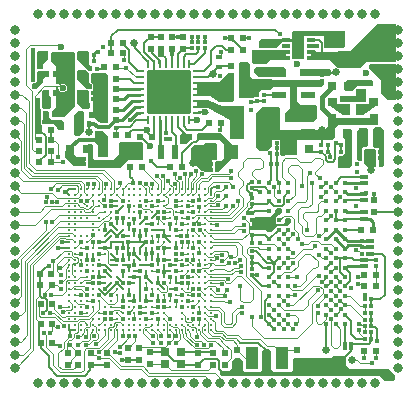
<source format=gtl>
G04*
G04 #@! TF.GenerationSoftware,Altium Limited,Altium Designer,18.1.6 (161)*
G04*
G04 Layer_Physical_Order=1*
G04 Layer_Color=255*
%FSTAX24Y24*%
%MOIN*%
G70*
G01*
G75*
%ADD10C,0.0079*%
%ADD12C,0.0039*%
%ADD13C,0.0059*%
%ADD15C,0.0100*%
%ADD16C,0.0106*%
%ADD17C,0.0168*%
G04:AMPARAMS|DCode=18|XSize=23.6mil|YSize=9.8mil|CornerRadius=2mil|HoleSize=0mil|Usage=FLASHONLY|Rotation=180.000|XOffset=0mil|YOffset=0mil|HoleType=Round|Shape=RoundedRectangle|*
%AMROUNDEDRECTD18*
21,1,0.0236,0.0059,0,0,180.0*
21,1,0.0197,0.0098,0,0,180.0*
1,1,0.0039,-0.0098,0.0030*
1,1,0.0039,0.0098,0.0030*
1,1,0.0039,0.0098,-0.0030*
1,1,0.0039,-0.0098,-0.0030*
%
%ADD18ROUNDEDRECTD18*%
G04:AMPARAMS|DCode=19|XSize=9.8mil|YSize=23.6mil|CornerRadius=2mil|HoleSize=0mil|Usage=FLASHONLY|Rotation=180.000|XOffset=0mil|YOffset=0mil|HoleType=Round|Shape=RoundedRectangle|*
%AMROUNDEDRECTD19*
21,1,0.0098,0.0197,0,0,180.0*
21,1,0.0059,0.0236,0,0,180.0*
1,1,0.0039,-0.0030,0.0098*
1,1,0.0039,0.0030,0.0098*
1,1,0.0039,0.0030,-0.0098*
1,1,0.0039,-0.0030,-0.0098*
%
%ADD19ROUNDEDRECTD19*%
%ADD20R,0.0354X0.0512*%
%ADD21R,0.0197X0.0197*%
%ADD22R,0.0315X0.0315*%
%ADD23R,0.0276X0.0256*%
%ADD24R,0.0157X0.0197*%
%ADD25R,0.0394X0.0669*%
%ADD26R,0.0276X0.0118*%
%ADD27R,0.0472X0.0236*%
%ADD28R,0.0433X0.1039*%
G04:AMPARAMS|DCode=29|XSize=22.6mil|YSize=47.2mil|CornerRadius=1.9mil|HoleSize=0mil|Usage=FLASHONLY|Rotation=180.000|XOffset=0mil|YOffset=0mil|HoleType=Round|Shape=RoundedRectangle|*
%AMROUNDEDRECTD29*
21,1,0.0226,0.0434,0,0,180.0*
21,1,0.0188,0.0472,0,0,180.0*
1,1,0.0038,-0.0094,0.0217*
1,1,0.0038,0.0094,0.0217*
1,1,0.0038,0.0094,-0.0217*
1,1,0.0038,-0.0094,-0.0217*
%
%ADD29ROUNDEDRECTD29*%
%ADD30R,0.0118X0.0118*%
%ADD31R,0.0295X0.0276*%
%ADD32R,0.0433X0.0748*%
%ADD33R,0.0256X0.0276*%
%ADD34R,0.0236X0.0197*%
%ADD35R,0.0118X0.0118*%
%ADD36R,0.0197X0.0197*%
%ADD37R,0.0512X0.0354*%
%ADD38R,0.0315X0.0315*%
%ADD39R,0.0197X0.0157*%
%ADD40R,0.0197X0.0236*%
G04:AMPARAMS|DCode=43|XSize=145.7mil|YSize=145.7mil|CornerRadius=2.2mil|HoleSize=0mil|Usage=FLASHONLY|Rotation=180.000|XOffset=0mil|YOffset=0mil|HoleType=Round|Shape=RoundedRectangle|*
%AMROUNDEDRECTD43*
21,1,0.1457,0.1413,0,0,180.0*
21,1,0.1413,0.1457,0,0,180.0*
1,1,0.0044,-0.0707,0.0707*
1,1,0.0044,0.0707,0.0707*
1,1,0.0044,0.0707,-0.0707*
1,1,0.0044,-0.0707,-0.0707*
%
%ADD43ROUNDEDRECTD43*%
%ADD66C,0.0250*%
%ADD67C,0.0046*%
%ADD68C,0.0035*%
%ADD69C,0.0039*%
%ADD70C,0.0046*%
%ADD71C,0.0048*%
%ADD72C,0.0051*%
%ADD73C,0.0041*%
%ADD74C,0.0040*%
%ADD75C,0.0047*%
%ADD76C,0.0118*%
%ADD77C,0.0032*%
%ADD78C,0.0043*%
%ADD79C,0.0043*%
%ADD80C,0.0157*%
%ADD81C,0.0091*%
%ADD82C,0.0039*%
%ADD83C,0.0041*%
%ADD84C,0.0072*%
%ADD85C,0.0045*%
%ADD86C,0.0315*%
%ADD87C,0.0157*%
%ADD88C,0.0236*%
G36*
X052036Y037097D02*
X052036Y036637D01*
X051972Y036574D01*
X051327Y036575D01*
Y036964D01*
X050658Y036963D01*
X050658Y036863D01*
X050658D01*
X050658Y036764D01*
X049911D01*
X049726Y036578D01*
X049145Y036579D01*
Y036798D01*
X04923Y036883D01*
X050265Y036882D01*
Y037097D01*
X050299Y03713D01*
X052003D01*
X052036Y037097D01*
D02*
G37*
G36*
X050048Y036489D02*
X050046D01*
Y036489D01*
X050048Y036489D01*
D02*
G37*
G36*
X053724Y036086D02*
X052717D01*
X052517Y035886D01*
X051794D01*
X051671Y03601D01*
Y03601D01*
X051506Y036174D01*
X050875Y036176D01*
Y036489D01*
X051015D01*
X051061Y036443D01*
X051388D01*
X051742Y036443D01*
X051774Y036475D01*
X052192Y036475D01*
X053072Y037355D01*
X053724D01*
Y036086D01*
D02*
G37*
G36*
X043004Y036396D02*
Y034614D01*
X042649Y034259D01*
X042281D01*
X042265Y034275D01*
Y03448D01*
X042393Y034608D01*
Y035255D01*
X042469D01*
X042465Y035234D01*
X042476Y035178D01*
X042507Y03513D01*
X042555Y035099D01*
X042611Y035088D01*
X042667Y035099D01*
X042714Y03513D01*
X042745Y035178D01*
X042757Y035234D01*
X042745Y035289D01*
X042714Y035337D01*
X042667Y035368D01*
X042611Y03538D01*
X042555Y035368D01*
X042514Y035341D01*
X042489Y035352D01*
X042489Y035352D01*
X042393D01*
Y035965D01*
X042223Y036135D01*
Y036405D01*
X042265Y036447D01*
X042516D01*
X04254Y036442D01*
X042565Y036447D01*
X042953D01*
X043004Y036396D01*
D02*
G37*
G36*
X050046Y036175D02*
X050047Y036174D01*
X049529D01*
X049392Y036037D01*
X048984D01*
X048904Y036117D01*
Y036442D01*
X048951Y036489D01*
X050046D01*
Y036175D01*
D02*
G37*
G36*
X042126Y036447D02*
Y036209D01*
X041966Y036049D01*
X041966Y035917D01*
X041922Y035873D01*
X041789D01*
X041754Y035909D01*
Y036423D01*
X041797Y036466D01*
X042107D01*
X042126Y036447D01*
D02*
G37*
G36*
X043497Y036418D02*
Y036037D01*
X043588Y035947D01*
Y03585D01*
X043546Y035808D01*
X043473D01*
X043086Y036195D01*
Y036437D01*
X043106Y036457D01*
X043459D01*
X043497Y036418D01*
D02*
G37*
G36*
X051521Y035882D02*
X051555Y035847D01*
X051555Y035677D01*
X051501Y035623D01*
X050565D01*
X050524Y035643D01*
Y035862D01*
X050565Y035882D01*
X051521Y035882D01*
D02*
G37*
G36*
X050048Y035882D02*
Y035772D01*
Y035663D01*
Y035615D01*
X049149D01*
X048985Y035779D01*
Y035873D01*
X049059Y035947D01*
X05D01*
X050048Y035882D01*
D02*
G37*
G36*
X041696Y036528D02*
Y035471D01*
X041677Y035453D01*
X041561D01*
X041537Y035478D01*
X041537Y03653D01*
X041576Y03657D01*
X041658D01*
X041696Y036528D01*
D02*
G37*
G36*
X043502Y035708D02*
Y03542D01*
X043535Y035387D01*
X043587Y035335D01*
X043587Y035242D01*
X043554Y035209D01*
X043423D01*
X043102Y03553D01*
Y035806D01*
X043111Y035815D01*
X043123Y035826D01*
X043384D01*
X043502Y035708D01*
D02*
G37*
G36*
X042151Y035789D02*
Y035621D01*
X042125Y035595D01*
X042022D01*
X041963Y035537D01*
Y035433D01*
X041729Y0352D01*
X041625D01*
X041581Y035244D01*
Y035352D01*
X041621Y035392D01*
X041683D01*
X041755Y035464D01*
Y03577D01*
X041799Y035815D01*
X042115D01*
X042151Y035789D01*
D02*
G37*
G36*
X052963Y03547D02*
X052963Y035319D01*
X052933Y035289D01*
X052418D01*
X052261Y035132D01*
X052031D01*
X052004Y035145D01*
Y035434D01*
X052084Y035514D01*
X052919D01*
X052963Y03547D01*
D02*
G37*
G36*
X053724Y03605D02*
Y034846D01*
X053436Y034846D01*
X053229Y035052D01*
Y035474D01*
X052914Y035789D01*
X052826Y035878D01*
X052826Y036003D01*
X052872Y03605D01*
X053724Y03605D01*
D02*
G37*
G36*
X052724Y034769D02*
X051848D01*
Y034974D01*
X052361D01*
X052398Y03501D01*
Y035209D01*
X052723D01*
X052724Y034769D01*
D02*
G37*
G36*
X04833Y035727D02*
Y034823D01*
X048268Y034761D01*
X047806D01*
X047533Y034968D01*
X047092Y034968D01*
Y035432D01*
X047814Y035433D01*
X048118Y035737D01*
X04832D01*
X04833Y035727D01*
D02*
G37*
G36*
X042145Y035155D02*
Y035005D01*
X042231Y034919D01*
Y034594D01*
X042186Y03455D01*
X04195D01*
X041914Y034586D01*
Y035146D01*
X041948Y03518D01*
X042118Y035182D01*
X042145Y035155D01*
D02*
G37*
G36*
X043476Y035122D02*
Y034776D01*
X043535Y034717D01*
Y034605D01*
X043473Y034544D01*
X043269D01*
X043086Y034727D01*
Y035157D01*
X043101Y035172D01*
X043427D01*
X043476Y035122D01*
D02*
G37*
G36*
X051743Y034888D02*
X051743Y034747D01*
X051799Y03469D01*
X052163Y034692D01*
X052182Y034673D01*
Y034348D01*
X052168Y034335D01*
X051947D01*
X051521Y03463D01*
X051467D01*
X051452Y034645D01*
Y034891D01*
X05146Y034902D01*
X051463Y034908D01*
X051476D01*
X051723Y034908D01*
X051743Y034888D01*
D02*
G37*
G36*
X053122Y034892D02*
Y034644D01*
X053106Y034628D01*
X053067D01*
X05262Y034324D01*
X052427D01*
X052398Y034353D01*
Y034681D01*
X052416Y034699D01*
X052794D01*
X052822Y034727D01*
Y034894D01*
X052836Y034908D01*
X053105D01*
X053122Y034892D01*
D02*
G37*
G36*
X048839Y036019D02*
Y035637D01*
X04893Y035546D01*
X049552D01*
X049611Y035487D01*
X05114D01*
X051188Y035534D01*
X051308D01*
X051318Y035524D01*
Y03534D01*
X051228Y035251D01*
X050418D01*
Y03481D01*
X050556Y034673D01*
X051022D01*
X05107Y034625D01*
Y034204D01*
X050967Y034101D01*
X050053D01*
X050026Y034128D01*
Y034411D01*
X050194Y03458D01*
Y035251D01*
X049608D01*
X049518Y035161D01*
X049237D01*
X048967Y034891D01*
X048493D01*
X048475Y034908D01*
Y03605D01*
X048532Y036106D01*
X048752D01*
X048839Y036019D01*
D02*
G37*
G36*
X044112Y035655D02*
Y034143D01*
Y034077D01*
X044098Y034057D01*
X043877D01*
X043829Y034104D01*
X043635Y034298D01*
Y03535D01*
X043564Y035421D01*
Y035706D01*
X043585Y035727D01*
X04404D01*
X044112Y035655D01*
D02*
G37*
G36*
X042166Y034432D02*
Y034265D01*
X042249Y034182D01*
X042567D01*
X042657Y034091D01*
Y033866D01*
X042621Y03383D01*
X042478D01*
X042423Y033884D01*
Y033936D01*
X042311Y034049D01*
X041956Y034049D01*
Y034462D01*
X042136D01*
X042166Y034432D01*
D02*
G37*
G36*
X041845Y034877D02*
Y03457D01*
X041888Y034527D01*
Y034038D01*
X041935Y033991D01*
Y033722D01*
X041914Y033701D01*
X041755D01*
X041727Y03373D01*
Y034877D01*
X041845Y034877D01*
D02*
G37*
G36*
X04332Y034437D02*
Y033809D01*
X043151Y03364D01*
X043033D01*
X042986Y033689D01*
Y034331D01*
X043116Y034462D01*
X043295D01*
X04332Y034437D01*
D02*
G37*
G36*
X047459Y034833D02*
X047919Y034619D01*
X048642D01*
X048668Y034594D01*
Y03357D01*
X048645Y033548D01*
X048232D01*
X048199Y033581D01*
Y034157D01*
X047466Y034583D01*
X047091D01*
X047091Y034833D01*
X047459Y034833D01*
D02*
G37*
G36*
X046877Y033568D02*
Y033518D01*
X046712Y033353D01*
X046568D01*
X046504Y033416D01*
X046504Y033653D01*
X046594Y033743D01*
X046705Y033743D01*
X046877Y033568D01*
D02*
G37*
G36*
X044131Y033646D02*
Y03328D01*
X044124Y033272D01*
X043921Y033272D01*
X043682Y033511D01*
Y03377D01*
X043726Y033813D01*
X043964D01*
X044131Y033646D01*
D02*
G37*
G36*
X049842Y034582D02*
Y033873D01*
X049884Y033831D01*
X051329D01*
X051463Y033965D01*
Y034237D01*
X05311D01*
Y034024D01*
X053095Y034009D01*
X051809D01*
X051694Y033894D01*
Y033585D01*
X051624Y033515D01*
X049863D01*
X050417Y033515D01*
Y033028D01*
X050377Y032989D01*
X049884D01*
X049863Y03301D01*
Y033515D01*
X049581D01*
Y033305D01*
X049426Y03315D01*
X049172D01*
X049059Y033264D01*
Y03441D01*
X049254Y034606D01*
X049818D01*
X049842Y034582D01*
D02*
G37*
G36*
X045299Y033364D02*
Y032879D01*
X04526Y032839D01*
X044801Y032839D01*
X044533Y032572D01*
X04349Y032572D01*
X043444Y032617D01*
Y03334D01*
X043458Y033353D01*
X043586D01*
X043622Y033317D01*
Y032892D01*
X043692Y032822D01*
X044302D01*
X044474Y032994D01*
Y033378D01*
X044514Y033418D01*
X045245D01*
X045299Y033364D01*
D02*
G37*
G36*
X052782Y033857D02*
Y033331D01*
X052724Y033272D01*
X052623D01*
X052575Y033224D01*
Y032833D01*
X052552Y032811D01*
X052446D01*
X052405Y032852D01*
Y033794D01*
X052527Y033915D01*
X052724D01*
X052782Y033857D01*
D02*
G37*
G36*
X042994Y033015D02*
X043071Y032937D01*
X043307D01*
Y032637D01*
X042968D01*
X042679Y032926D01*
Y033134D01*
X042994D01*
Y033015D01*
D02*
G37*
G36*
X053059Y033166D02*
Y032618D01*
X053048Y032607D01*
X052802D01*
X052658Y03275D01*
Y03317D01*
X05269Y033203D01*
X053023D01*
X053059Y033166D01*
D02*
G37*
G36*
X053314Y033813D02*
X053314Y032644D01*
X053266Y032597D01*
X053154D01*
X05314Y032611D01*
Y033223D01*
X053114Y033248D01*
X053017D01*
X052961Y033304D01*
X052961Y033858D01*
X053023Y033919D01*
X053208D01*
X053314Y033813D01*
D02*
G37*
G36*
X052265Y033807D02*
Y032655D01*
X052182Y032572D01*
X051811Y032572D01*
X051774Y03261D01*
Y032935D01*
X051804Y032965D01*
X051922Y032965D01*
X052004Y033048D01*
Y033525D01*
X051943Y033586D01*
X051943Y033843D01*
X051968Y033869D01*
X052203Y033869D01*
X052265Y033807D01*
D02*
G37*
G36*
X048297Y033304D02*
Y032922D01*
X047852Y032478D01*
X047707D01*
X047697Y032489D01*
Y032762D01*
X047725Y03279D01*
X047876D01*
X047972Y032885D01*
Y033357D01*
X047814Y033515D01*
X047113D01*
X047092Y033536D01*
Y033704D01*
X047113Y033724D01*
X047877D01*
X048297Y033304D01*
D02*
G37*
G36*
X047758Y033345D02*
Y032881D01*
X047711Y032833D01*
X047591D01*
X047547Y03279D01*
X047547Y032445D01*
X047325D01*
X047305Y032459D01*
X047265Y032467D01*
X047246Y032464D01*
X046901Y032809D01*
Y033246D01*
X047003Y033348D01*
X047316D01*
X047362Y033394D01*
X047709D01*
X047758Y033345D01*
D02*
G37*
G36*
X049925Y031187D02*
Y031107D01*
X049835Y031017D01*
X049789D01*
X049705Y030932D01*
Y030749D01*
X049755Y030699D01*
X049947D01*
X050026Y030778D01*
Y030877D01*
X050058Y030909D01*
X050172D01*
X050225Y030857D01*
X050225Y030771D01*
X050091Y030637D01*
X049765Y030637D01*
X049564Y030427D01*
X049443D01*
X049385Y030485D01*
X049D01*
X04893Y030555D01*
Y030848D01*
X049019Y030937D01*
X049535D01*
X049699Y031101D01*
Y031177D01*
X049749Y031227D01*
X049885D01*
X049925Y031187D01*
D02*
G37*
G36*
X049563Y026472D02*
Y025852D01*
X049638Y025777D01*
X050225D01*
X05028Y025832D01*
Y026197D01*
X050331Y026248D01*
X051541D01*
X05161Y026317D01*
X052035D01*
X052044Y026308D01*
X052044Y026007D01*
X052181Y02587D01*
X053481D01*
X053675Y025677D01*
X053675Y025527D01*
X053631Y025483D01*
X053328D01*
X053185Y025627D01*
X051965D01*
X047914Y025627D01*
X047858Y025683D01*
Y025789D01*
X047885Y025817D01*
X048146D01*
X048243Y025914D01*
Y026133D01*
X048342Y026232D01*
X048525D01*
X048619Y026138D01*
Y025848D01*
X04869Y025777D01*
X049195D01*
X049255Y025837D01*
Y026477D01*
X049325Y026547D01*
X049488D01*
X049563Y026472D01*
D02*
G37*
D10*
X0448Y030106D02*
X045198D01*
Y029909D02*
Y029916D01*
X045383Y030102D01*
Y030111D01*
X045198Y030106D02*
X045378D01*
X051865Y029565D02*
X052021D01*
X051706D02*
X051865D01*
Y029091D02*
Y029565D01*
X04878Y031056D02*
X048796Y031071D01*
X04878Y031056D02*
X04878Y031056D01*
X05233Y029501D02*
X052575D01*
X052267Y029565D02*
X05233Y029501D01*
X052021Y029565D02*
X052267D01*
X053345Y028335D02*
Y029607D01*
X053202Y028192D02*
X053345Y028335D01*
X052881Y028192D02*
X053202D01*
X053247Y029705D02*
X053345Y029607D01*
X052925Y029705D02*
X053247D01*
X052227Y026469D02*
Y026569D01*
X051854Y026096D02*
X052227Y026469D01*
X046971Y032886D02*
X047064Y032978D01*
X046971Y032753D02*
Y032886D01*
X046938Y03272D02*
X046971Y032753D01*
X047064Y032978D02*
X047068D01*
X043208Y034029D02*
Y034348D01*
X043148Y03397D02*
X043207Y034029D01*
X04382Y029318D02*
X044016D01*
X048886Y034769D02*
X048902Y034784D01*
X049059D02*
X049076Y034801D01*
X048902Y034784D02*
X049059D01*
X049077Y034802D02*
X049306D01*
X049076Y034801D02*
X049077Y034802D01*
X049306D02*
X049308Y034804D01*
Y035013D02*
X049789D01*
X049806Y034995D01*
X044225Y036952D02*
X044443Y03717D01*
X049699D01*
X044225Y036385D02*
Y036952D01*
X049699Y03717D02*
X049838Y037031D01*
X049838D01*
X048036Y036903D02*
X048195D01*
X048316Y036812D02*
X048619Y036509D01*
X048286Y036812D02*
X048316D01*
X048619Y036489D02*
Y036509D01*
X048195Y036903D02*
X048286Y036812D01*
X047549Y036469D02*
X047713Y036634D01*
X04792D02*
X048044Y036509D01*
X047713Y036634D02*
X04792D01*
X048044Y036509D02*
X048205D01*
X048225Y036489D01*
X047549Y036019D02*
Y036469D01*
X047319Y035789D02*
X047549Y036019D01*
X047092Y035789D02*
X047319D01*
X047815Y035956D02*
X048211D01*
X047806Y035947D02*
X047815Y035956D01*
X048211D02*
X04822Y035965D01*
X047603Y035752D02*
X047747Y035896D01*
Y035907D02*
X047786Y035947D01*
X047603Y035706D02*
Y035752D01*
X047747Y035896D02*
Y035907D01*
X047786Y035947D02*
X047806D01*
X047092Y035593D02*
X047444D01*
X047557Y035706D01*
X047603D01*
X048796Y031071D02*
Y03116D01*
X04891Y031275D02*
Y031343D01*
X048796Y03116D02*
X04891Y031275D01*
X049409Y031363D02*
X049501Y031454D01*
X04893Y031363D02*
X049409D01*
X04893Y031056D02*
X049013Y031139D01*
X04893Y031056D02*
X04893Y031056D01*
X049013Y031139D02*
X049501D01*
X04891Y031343D02*
X04893Y031363D01*
X04878Y031056D02*
X04893D01*
X04644Y03693D02*
X046635D01*
X046245D02*
X04644D01*
X046049Y036045D02*
Y036219D01*
X045887Y036381D02*
X046049Y036219D01*
X045887Y036381D02*
Y036537D01*
X045887Y036537D02*
X045887Y036537D01*
X043825Y030106D02*
X044016D01*
X044213Y030303D02*
Y030303D01*
X044016Y030106D02*
X044213Y030303D01*
X043229Y029515D02*
X043229Y029515D01*
X043229Y029318D02*
X043229Y029319D01*
X043625Y029517D02*
X043627Y029515D01*
X043623Y029712D02*
X043625Y02971D01*
Y029517D02*
Y02971D01*
X043426Y029712D02*
X043428Y02971D01*
Y029517D02*
Y02971D01*
Y029517D02*
X04343Y029515D01*
X043426Y028728D02*
X043623D01*
X04382Y029909D02*
X044016D01*
X044213Y029318D02*
X04441D01*
X044213Y029515D02*
X04441D01*
X044213Y029712D02*
X04441Y029515D01*
X044213Y029712D02*
Y029712D01*
X04441D02*
Y029908D01*
X044218Y030692D02*
X04441Y030499D01*
X044016Y030501D02*
Y030696D01*
X044607Y030303D02*
X044804D01*
Y030499D02*
Y030693D01*
X04441Y030696D02*
Y030892D01*
X044607Y030696D02*
Y030893D01*
X04441Y03109D02*
X044607Y031287D01*
X044805Y031286D02*
X044805Y031287D01*
X044804Y03109D02*
X044805Y031091D01*
Y031286D01*
X044213Y031484D02*
X04441D01*
X045001Y030696D02*
Y030884D01*
Y030303D02*
Y030496D01*
X045394Y030696D02*
X045591D01*
X045591Y030696D01*
X045394Y030696D02*
X045394Y030696D01*
X045198Y030696D02*
X045391Y03089D01*
X0452Y031088D02*
X045202Y03109D01*
X045198Y030893D02*
X0452Y030895D01*
Y031088D01*
X044607Y029508D02*
Y029712D01*
X044802Y029713D02*
Y030104D01*
X044804Y029515D02*
Y029711D01*
X044607Y029318D02*
X044608Y029318D01*
X044803D01*
X044804Y029317D01*
Y029122D02*
Y029317D01*
X044607Y028925D02*
Y029122D01*
X04382Y028728D02*
X044016D01*
X044016Y028728D01*
X04382Y028925D02*
X044016D01*
X04382D02*
Y029122D01*
X044016D02*
X044213Y028925D01*
X044018Y028532D02*
X044213Y028728D01*
X044606Y028133D02*
Y028333D01*
X044607Y028334D01*
X044605Y028133D02*
X044606Y028133D01*
X045001Y029122D02*
X045197D01*
X045001Y029318D02*
Y029515D01*
X045394Y029318D02*
X045591D01*
X045198D02*
X045394D01*
X045788D02*
Y029515D01*
Y029712D01*
X045394Y029515D02*
Y029712D01*
Y029909D01*
X045591Y029515D02*
Y029722D01*
Y029909D01*
X045985Y029712D02*
X04599Y029717D01*
Y029904D01*
X045995Y029909D01*
X046182D01*
Y029318D02*
X046379D01*
X045985Y029515D02*
X046182D01*
X045394Y030303D02*
Y030496D01*
X045985Y030303D02*
X046182Y030106D01*
X042229Y033489D02*
Y033845D01*
Y033489D02*
X04225Y033468D01*
X041617Y036486D02*
X041618Y036485D01*
Y036341D02*
X041619Y03634D01*
X041618Y036341D02*
Y036485D01*
X041619Y036115D02*
Y03634D01*
Y035706D02*
Y036115D01*
Y035513D02*
Y035706D01*
X043072Y033739D02*
X043148Y033815D01*
X043207Y034029D02*
X043208D01*
X043148Y033815D02*
Y03397D01*
X043072Y033718D02*
Y033739D01*
X042837Y033195D02*
X042853Y033179D01*
Y032978D02*
Y033179D01*
X042952Y032879D02*
X043307D01*
X042853Y032978D02*
X042952Y032879D01*
X043307Y032696D02*
Y032879D01*
X045246Y033537D02*
X045299D01*
X045519Y033305D02*
Y033316D01*
X045299Y033537D02*
X045519Y033316D01*
X045186Y033596D02*
X045246Y033537D01*
X044776Y033681D02*
Y033701D01*
X044917Y033842D01*
X046659Y033443D02*
X046832Y033615D01*
X046659Y03344D02*
Y033443D01*
X042449Y026666D02*
X042483Y026632D01*
X042324Y026666D02*
X042449D01*
X042483Y026632D02*
X042504D01*
X042265Y026725D02*
X042324Y026666D01*
X042265Y026725D02*
Y026745D01*
X045519Y026418D02*
X046024D01*
X046556Y026024D02*
X046578Y026002D01*
X046457Y026122D02*
X046556Y026024D01*
X04633Y026122D02*
X046457D01*
X046024Y026418D02*
X046034D01*
X04633Y026122D01*
X046578Y026002D02*
X047112D01*
X046556Y026418D02*
X047602D01*
X047619Y026401D01*
X044917Y033842D02*
X045411D01*
X043501Y033767D02*
X043501Y033768D01*
Y034028D02*
X043502Y034029D01*
X043501Y033768D02*
Y034028D01*
X043508Y035886D02*
Y035907D01*
X04343Y036132D02*
Y03634D01*
Y035985D02*
Y036132D01*
Y035985D02*
X043508Y035907D01*
X043187Y036345D02*
X043425D01*
X043182Y036349D02*
X043187Y036345D01*
X043425D02*
X04343Y03634D01*
X043639Y036132D02*
Y03634D01*
X043779Y03643D02*
X043794Y036445D01*
X043639Y03634D02*
X043729Y03643D01*
X043779D01*
X043761Y035882D02*
X043957D01*
X043996Y03592D01*
X045441Y033735D02*
X04558Y033596D01*
X045411Y033842D02*
X045441Y033812D01*
Y033735D02*
Y033812D01*
X045655Y03367D02*
Y034156D01*
X04558Y033596D02*
X045655Y03367D01*
X045558Y035706D02*
X045572D01*
X045655Y035789D02*
Y036045D01*
X045572Y035706D02*
X045655Y035789D01*
X045541Y03693D02*
X045887D01*
X046595Y033084D02*
X046956Y033445D01*
X047055D02*
X047225Y033615D01*
X046956Y033445D02*
X047055D01*
X046595Y032604D02*
Y033084D01*
X047967Y032702D02*
X048297Y033032D01*
X047756Y032702D02*
X047967D01*
X048297Y033032D02*
Y03311D01*
X047756Y032505D02*
Y032702D01*
X047862Y033624D02*
X048297Y033189D01*
X047708Y033639D02*
X047723Y033624D01*
X048297Y03311D02*
Y033189D01*
X047723Y033624D02*
X047862D01*
X047237Y033627D02*
X047696D01*
X047225Y033615D02*
X047237Y033627D01*
X047696D02*
X047708Y033639D01*
X04787Y033837D02*
Y034076D01*
X04787Y034077D01*
X047869Y033837D02*
X04787Y033837D01*
X046773Y033674D02*
X046832Y033615D01*
X046442Y033944D02*
X046712Y033674D01*
X046442Y033944D02*
Y034156D01*
X046712Y033674D02*
X046773D01*
X047267Y033848D02*
X047476Y034057D01*
X046649Y03396D02*
X046761Y033848D01*
X047267D01*
X046639Y034156D02*
X046649Y034146D01*
Y03396D02*
Y034146D01*
X046378Y033134D02*
Y03362D01*
X046245Y033753D02*
X046378Y03362D01*
X046354Y03311D02*
X046378Y033134D01*
X046245Y033753D02*
Y034156D01*
X046051Y033742D02*
X046054Y033739D01*
X046049Y034156D02*
X046051Y034153D01*
Y033742D02*
Y034153D01*
X044844Y035546D02*
X044994Y035396D01*
X045202D01*
X044389Y035546D02*
X044844D01*
X046836Y034156D02*
X04709D01*
X04895Y028925D02*
X049255Y02862D01*
X049501D01*
X04893Y028985D02*
X04895Y028965D01*
Y028925D02*
Y028965D01*
X045198Y029712D02*
Y029909D01*
X0448Y030106D02*
X0448Y030106D01*
X045378D02*
X045383Y030111D01*
X044016Y029909D02*
X044213D01*
Y030106D01*
X044607D02*
X044608Y030105D01*
Y02991D02*
Y030105D01*
Y02991D02*
X044608Y029909D01*
X044802Y029713D02*
X044804Y029711D01*
X0448Y030106D02*
X044802Y030104D01*
X04441Y030106D02*
X044607D01*
X044213D02*
X04441D01*
X044804Y028925D02*
X045001D01*
X045198D01*
X042785Y031686D02*
X04283D01*
X042703Y031768D02*
X042785Y031686D01*
X042703Y031768D02*
X042718D01*
X04283Y031686D02*
X042835Y031681D01*
X042702Y031768D02*
X042703D01*
X042718D02*
X042828Y031877D01*
X042835D01*
X043032D01*
X052226Y027039D02*
Y027469D01*
X052382Y026883D02*
X052678D01*
X052226Y027039D02*
X052382Y026883D01*
X052021Y027675D02*
X052226Y027469D01*
X052223Y026574D02*
Y026707D01*
X05201Y026712D02*
X052014Y026707D01*
Y026574D02*
Y026707D01*
Y026574D02*
X052019Y026569D01*
X052015Y026717D02*
Y027354D01*
X05201Y026712D02*
X052015Y026717D01*
Y027354D02*
X052021Y02736D01*
X052715Y032265D02*
X052716Y032266D01*
X052574Y032264D02*
X052575Y032265D01*
X052715D01*
X052887Y026794D02*
Y026883D01*
X052804Y026712D02*
X052887Y026794D01*
X052218Y026712D02*
X052804D01*
X052887Y026883D02*
Y027095D01*
X052887Y027095D01*
X052887Y026883D02*
X052887Y026883D01*
X053011Y027277D02*
X053095Y027192D01*
X052901Y027277D02*
X053011D01*
X052881Y027296D02*
X052901Y027277D01*
X053095Y026794D02*
Y027192D01*
X052881Y027296D02*
Y02751D01*
Y027744D01*
Y027972D02*
Y028192D01*
X052671Y028193D02*
Y028333D01*
X05267Y028335D02*
X052671Y028333D01*
Y028193D02*
X052672Y028192D01*
X052021Y02862D02*
X0522Y028799D01*
Y029071D01*
X052021Y02925D02*
X0522Y029071D01*
X052718Y029502D02*
X053051D01*
X053052Y029501D01*
X052717Y029503D02*
X052718Y029502D01*
X052575Y029501D02*
X052576Y029502D01*
X052716D01*
X052717Y029503D01*
X051865Y029091D02*
X052021Y028935D01*
Y030509D02*
X052564D01*
X052567Y030513D01*
X052575Y030877D02*
X052576Y030878D01*
X052716D01*
X052717Y030879D01*
X052716Y031508D02*
X052717Y031509D01*
X052575Y031507D02*
X052576Y031508D01*
X052716D01*
X051706Y030824D02*
X052021D01*
X051706D02*
Y031139D01*
X052045Y030824D02*
X052098Y030877D01*
X052021Y030824D02*
X052045D01*
X052098Y030877D02*
X052575D01*
X052045Y031454D02*
X052098Y031507D01*
X052575D01*
X052021Y031454D02*
X052045D01*
X051886Y032264D02*
X052574D01*
X051706Y032084D02*
X051886Y032264D01*
X052972Y031506D02*
Y031695D01*
Y031506D02*
X052973Y031504D01*
Y031111D02*
X052975Y031109D01*
X053798D01*
X0538Y031107D01*
X04893Y028985D02*
X048931Y028986D01*
X049076D01*
X045198Y028728D02*
Y028925D01*
Y028531D02*
Y028728D01*
Y028334D02*
Y028531D01*
Y028137D02*
Y028334D01*
D12*
X044112Y026402D02*
Y026547D01*
X04441Y026844D01*
Y027153D01*
X047341Y025637D02*
X047405Y025574D01*
Y025407D02*
Y025574D01*
X047838Y025407D02*
Y025568D01*
X043533Y026402D02*
X043608Y026327D01*
X041637Y032395D02*
X043931D01*
X041399Y032633D02*
X041637Y032395D01*
X041399Y032633D02*
Y034393D01*
X041572Y03231D02*
X043747D01*
X041311Y032571D02*
X041572Y03231D01*
X041311Y032571D02*
Y034046D01*
X04122Y034571D02*
X041399Y034393D01*
X041474Y03223D02*
X043682D01*
X041219Y032486D02*
X041474Y03223D01*
X041219Y032486D02*
Y033482D01*
X044213Y032113D02*
Y032113D01*
Y031877D02*
Y032113D01*
X041005Y033705D02*
X041219Y033482D01*
X041005Y033705D02*
X041066D01*
X041514Y036654D02*
X042421D01*
X04138Y03652D02*
X041514Y036654D01*
X04138Y035327D02*
Y03652D01*
X042421Y036654D02*
X042487Y036588D01*
X048067Y026901D02*
X048375D01*
X047911Y027058D02*
X048067Y026901D01*
X048375D02*
X048532Y026745D01*
X041343Y029477D02*
X042466Y0306D01*
X04274D01*
X041231Y029523D02*
X042504Y030796D01*
X042741D01*
X041996Y035303D02*
X042489D01*
X04167Y033538D02*
Y034977D01*
X041996Y035303D01*
X042487Y036588D02*
X04254D01*
X04138Y035327D02*
X041581Y035126D01*
X041718Y033489D02*
X041836D01*
X04167Y033538D02*
X041718Y033489D01*
X041668Y03313D02*
X041836D01*
X041581Y033217D02*
X041668Y03313D01*
X042559Y035234D02*
X042611D01*
X042489Y035303D02*
X042559Y035234D01*
X041005Y034571D02*
X04122D01*
X041221Y034136D02*
X041311Y034046D01*
X041005Y034138D02*
X041008Y034136D01*
X041221D01*
X044093Y026402D02*
X044112D01*
X041343Y027787D02*
Y029477D01*
X041231Y028302D02*
Y029523D01*
X052386Y029826D02*
X052408Y029803D01*
X052474D02*
X052574Y029703D01*
X052408Y029803D02*
X052474D01*
X043931Y032395D02*
X044213Y032113D01*
X042393Y032064D02*
X043138D01*
X043229Y031973D01*
X042208Y03188D02*
X042393Y032064D01*
X043682Y03223D02*
X04382Y032093D01*
X043747Y03231D02*
X043917Y03214D01*
X043229Y031877D02*
Y031973D01*
X041581Y033217D02*
Y035126D01*
X04382Y031877D02*
Y032093D01*
X041005Y028075D02*
X041231Y028302D01*
X041221Y027666D02*
X041343Y027787D01*
X041005Y027642D02*
X041029Y027666D01*
X041221D01*
X043608Y026327D02*
X043729D01*
X043824Y026232D01*
X045224Y025859D02*
X045445Y025637D01*
X047341D01*
X047673Y025733D02*
X047838Y025568D01*
X045272Y025956D02*
X045495Y025733D01*
X047673D01*
X044532Y025859D02*
X045224D01*
X044558Y025956D02*
X045272D01*
X044159Y026232D02*
X044532Y025859D01*
X043824Y026232D02*
X044159D01*
X044112Y026402D02*
X044558Y025956D01*
X04441Y027744D02*
X044607Y027547D01*
X04441Y027744D02*
X04441D01*
X045544Y027004D02*
X045608D01*
X045394Y027153D02*
X045544Y027004D01*
X045608D02*
X045631Y026981D01*
X043032Y028531D02*
X043229D01*
X043426Y028334D01*
X042571Y028774D02*
X042707Y02891D01*
X04254Y028774D02*
X042571D01*
X042707Y02919D02*
X042835Y029318D01*
X042707Y02891D02*
Y02919D01*
X046182Y028728D02*
Y028931D01*
X047625Y031484D02*
X047788Y031647D01*
X04756Y031484D02*
X047625D01*
D13*
X045198Y030106D02*
Y030303D01*
X042038Y032991D02*
Y033622D01*
X041836Y032789D02*
X042038Y032991D01*
X050419Y026096D02*
X051854D01*
X048177Y025697D02*
X048417Y025936D01*
X047988Y025697D02*
X048177D01*
X047815Y02587D02*
X047988Y025697D01*
X048417Y025964D02*
Y026094D01*
Y025964D02*
X048674Y025707D01*
X048417Y025936D02*
Y026094D01*
X050425Y025825D02*
Y02609D01*
X050307Y025707D02*
X050425Y025825D01*
X049565Y025707D02*
X050307D01*
X04941Y025862D02*
X049565Y025707D01*
X049408Y02586D02*
Y026465D01*
X049255Y025707D02*
X049408Y02586D01*
X048674Y025707D02*
X049255D01*
X049128Y026745D02*
X049408Y026465D01*
X049098Y026745D02*
X049128D01*
X049127Y029397D02*
X049274Y02925D01*
X04893Y029397D02*
X049127D01*
X049274Y02925D02*
X049501D01*
X047547Y032702D02*
Y03311D01*
X044016Y029318D02*
Y029318D01*
Y029318D02*
X044213Y029122D01*
X046379Y028729D02*
X046379Y028729D01*
X046575D01*
X046576Y028729D01*
X046379Y028728D02*
X046379Y028729D01*
X045983Y028531D02*
X045985D01*
X04579Y028724D02*
X045983Y028531D01*
X045788Y028724D02*
X04579D01*
X045788D02*
Y028925D01*
X051241Y036318D02*
Y036737D01*
X051154Y036823D02*
X051241Y036737D01*
X050875Y036823D02*
X051154D01*
X044606Y028729D02*
X044607D01*
X04441Y028925D02*
X044411D01*
X044606Y028729D01*
X047815Y02587D02*
Y02614D01*
X047745Y02621D02*
X047815Y02614D01*
X048532Y026745D02*
X049098D01*
X044804Y028137D02*
X045001D01*
Y028334D01*
X044805Y028728D02*
X045001D01*
X045001Y029712D02*
X045198Y029515D01*
X045001Y029909D02*
X045001Y029909D01*
Y029712D02*
Y029909D01*
X045198Y030303D02*
Y030499D01*
X045788D02*
X045985D01*
X045591D02*
X045788D01*
X045985Y030303D02*
X045985Y030303D01*
Y030499D01*
X045985Y030303D02*
X046182D01*
X046379Y029914D02*
Y030106D01*
X046182Y030499D02*
X046182Y030499D01*
X046182Y030499D02*
Y030696D01*
X046182Y030696D02*
X046182Y030696D01*
X049099Y030678D02*
X049668D01*
X048942Y030836D02*
X049099Y030678D01*
X049501Y030511D02*
X049668Y030677D01*
X049501Y030509D02*
Y030511D01*
X049668Y030677D02*
Y030678D01*
X049038Y029785D02*
X049416Y029406D01*
X048948Y029785D02*
X049038D01*
X04893Y029802D02*
X048948Y029785D01*
X049416Y029406D02*
X049657D01*
X04893Y029397D02*
Y029594D01*
X049501Y029563D02*
Y029565D01*
X048931Y03007D02*
Y030346D01*
Y03007D02*
X048931Y03007D01*
X04893Y030346D02*
X048931Y030346D01*
X04976Y03217D02*
Y032686D01*
Y03217D02*
X049816Y032114D01*
Y032084D02*
Y032114D01*
X041836Y032769D02*
Y032789D01*
Y033825D02*
X042038Y033622D01*
X041836Y033825D02*
Y033845D01*
X041825Y026791D02*
X041884Y026732D01*
Y026573D02*
X042153Y026304D01*
X041884Y026573D02*
Y026732D01*
X042153Y025929D02*
X042434Y025648D01*
X042153Y025929D02*
Y026304D01*
X043111Y026008D02*
X043131D01*
X042434Y025648D02*
X043353D01*
X043533Y025828D01*
X047112Y026002D02*
X04732Y02621D01*
X047745D01*
X041837Y028682D02*
X041845Y028674D01*
X041837Y028682D02*
Y029048D01*
X042049Y029281D02*
X042126D01*
X041837Y029048D02*
Y029068D01*
X042049Y029281D01*
X042126D02*
X042145Y029299D01*
X043533Y026008D02*
X044093D01*
X043533Y025828D02*
Y026008D01*
X041871Y02736D02*
Y02738D01*
X041825Y026791D02*
Y027313D01*
X041871Y02736D01*
X044576Y026177D02*
X045142D01*
X045151Y026169D01*
X044404Y026414D02*
X044474D01*
X04438Y026439D02*
X044404Y026414D01*
X044474D02*
X044503Y026385D01*
X044353Y026439D02*
X04438D01*
X04579Y028132D02*
X045792Y02813D01*
X045788Y028334D02*
X04579Y028332D01*
Y028132D02*
Y028332D01*
X045394Y028137D02*
X045591D01*
X045394D02*
Y028334D01*
X046182Y028531D02*
X046379D01*
X045988Y029119D02*
X046179D01*
X046182Y029122D01*
X045985Y029116D02*
X045988Y029119D01*
X045985Y029116D02*
Y029318D01*
Y028925D02*
Y029116D01*
X045394Y028925D02*
X045591Y028728D01*
X045394Y028925D02*
Y029122D01*
X04756Y031877D02*
X047624Y031942D01*
X047788D01*
X04756Y031681D02*
Y031877D01*
X050419Y026096D02*
X050425Y02609D01*
X044607Y028531D02*
Y028532D01*
X04441Y028729D02*
X044607Y028532D01*
X04441Y028729D02*
Y028729D01*
X044858Y032273D02*
Y032604D01*
X044942Y032067D02*
Y032188D01*
X044858Y032273D02*
X044942Y032188D01*
X045458Y036862D02*
X045472D01*
X045326Y036729D02*
X045458Y036862D01*
X045472D02*
X045541Y03693D01*
X045326Y036443D02*
Y036729D01*
Y036443D02*
X045655Y036114D01*
Y036045D02*
Y036114D01*
X047547Y03311D02*
X047547Y03311D01*
Y032505D02*
Y032684D01*
X047073Y03311D02*
X047547D01*
X050192Y033237D02*
X050204Y033225D01*
X049789Y033703D02*
X0508D01*
X050204Y033225D02*
X050235Y033195D01*
X050204Y033225D02*
Y033681D01*
X049602Y03389D02*
X049789Y033703D01*
X049602Y03389D02*
Y034077D01*
X051239Y033356D02*
Y033841D01*
X051232Y033348D02*
X051239Y033356D01*
Y033841D02*
X051246Y033848D01*
X051551Y033724D02*
Y034193D01*
Y033714D02*
Y033724D01*
X051452Y033822D02*
X051551Y033724D01*
X051246Y033848D02*
X051272Y033822D01*
X051452D01*
X051551Y034193D02*
X051595Y034237D01*
X051679Y034154D02*
X052889D01*
X051595Y034237D02*
X051679Y034154D01*
X052889D02*
X052973Y034237D01*
X051586D02*
X051595D01*
X049945Y033237D02*
X050192D01*
X049945Y033049D02*
Y033237D01*
X049748Y032698D02*
Y033037D01*
X049737Y033049D02*
X049748Y033037D01*
Y032698D02*
X04976Y032686D01*
X049737Y033237D02*
Y033391D01*
Y033049D02*
Y033237D01*
X0517Y032855D02*
Y033385D01*
X051614Y032769D02*
X0517Y032855D01*
X051441Y032769D02*
X051614D01*
X0517Y033385D02*
X051706Y033391D01*
X051384Y032825D02*
X051441Y032769D01*
X051232Y033103D02*
X051384Y032951D01*
Y032825D02*
Y032951D01*
X051733Y033391D02*
X051754Y03337D01*
X051848D02*
X051877Y03334D01*
X051754Y03337D02*
X051848D01*
X051706Y033391D02*
X051733D01*
X051877Y033095D02*
Y03334D01*
X049552Y032164D02*
Y032686D01*
X049501Y032114D02*
X049552Y032164D01*
X049501Y032084D02*
Y032114D01*
X04954Y032698D02*
Y033047D01*
Y032698D02*
X049552Y032686D01*
X049528Y033059D02*
X04954Y033047D01*
X04966Y02751D02*
Y027513D01*
X049501Y027672D02*
Y027675D01*
Y027672D02*
X04966Y027513D01*
X049501Y02736D02*
X049502D01*
X049656Y027206D02*
X049657D01*
X049502Y02736D02*
X049656Y027206D01*
X049346Y027515D02*
X049501Y02736D01*
X049346Y02815D02*
X049501Y028305D01*
X049346Y027515D02*
Y02815D01*
X04893Y029194D02*
Y029397D01*
X049657Y029091D02*
Y029406D01*
X049501Y028935D02*
X049657Y029091D01*
X049501Y029563D02*
X049657Y029407D01*
Y029406D02*
Y029407D01*
X049816Y029565D02*
X049816D01*
X049657Y029406D02*
X049816Y029565D01*
X049657Y029406D02*
X049657D01*
X04893Y030346D02*
X049349D01*
X049501Y030195D01*
X049816Y030509D01*
X04893Y030555D02*
X049426D01*
X049472Y030509D02*
X049501D01*
X049426Y030555D02*
X049472Y030509D01*
X0495Y030836D02*
X049512Y030824D01*
X049501D02*
X049512D01*
X049668Y030678D02*
X049674Y030684D01*
Y030997D02*
X049816Y031139D01*
X049674Y030684D02*
Y030997D01*
X048942Y030836D02*
X0495D01*
X048857Y032076D02*
X0489D01*
X048767Y031987D02*
X048857Y032076D01*
X048767Y031842D02*
Y031987D01*
Y031842D02*
X048896Y031712D01*
X0489Y032076D02*
X04893Y032106D01*
X048896Y031712D02*
Y031712D01*
X042844Y026982D02*
Y027144D01*
Y026982D02*
X042853Y026973D01*
X042835Y027153D02*
X042844Y027144D01*
X042835Y027153D02*
X043032D01*
X042835D02*
Y02735D01*
X046379Y028729D02*
Y028925D01*
X044016Y030303D02*
X044213Y030499D01*
X04441Y030298D02*
Y030298D01*
Y030293D02*
Y030298D01*
X044213Y030495D02*
Y030499D01*
Y030495D02*
X04441Y030298D01*
X044607Y030495D02*
Y030499D01*
X04441Y030298D02*
X044607Y030495D01*
D15*
X045852Y03315D02*
Y034156D01*
Y03315D02*
X045892Y03311D01*
X045096Y034411D02*
X045202D01*
X044866Y034182D02*
X045096Y034411D01*
X044864Y034182D02*
X044866D01*
X044389Y034156D02*
X044402Y034168D01*
X044579D02*
X045017Y034606D01*
X045113D02*
X045115Y034607D01*
X045201D02*
X045202Y034608D01*
X044402Y034168D02*
X044579D01*
X045017Y034606D02*
X045113D01*
X045115Y034607D02*
X045201D01*
X044389Y034503D02*
X044608D01*
X04491Y034805D01*
X045202D01*
X044389Y034851D02*
X044648D01*
X044799Y035002D02*
X045202D01*
X044648Y034851D02*
X044799Y035002D01*
X045202Y035199D02*
X045202Y035199D01*
X04439Y035199D02*
X045202D01*
X044389Y035198D02*
X04439Y035199D01*
D16*
X046969Y027744D02*
D03*
X046772Y02794D02*
D03*
X044213Y03109D02*
D03*
X044016D02*
D03*
X04382Y031484D02*
D03*
X044213Y031681D02*
D03*
X04382D02*
D03*
X043623D02*
D03*
X044213Y031877D02*
D03*
X044016D02*
D03*
X04382D02*
D03*
X043623D02*
D03*
X043426Y028728D02*
D03*
X044213Y030893D02*
D03*
X042835Y02794D02*
D03*
X045394Y027744D02*
D03*
X043426Y028925D02*
D03*
X047363Y02735D02*
D03*
X047166Y027153D02*
D03*
X04382Y028137D02*
D03*
X045591Y02794D02*
D03*
X043623D02*
D03*
X044607Y02735D02*
D03*
X04441D02*
D03*
X044016Y031681D02*
D03*
X045591Y031484D02*
D03*
X045788Y031877D02*
D03*
X045985Y031484D02*
D03*
X045788Y031287D02*
D03*
X043229Y028728D02*
D03*
X047363Y027744D02*
D03*
X043623Y027153D02*
D03*
X043426D02*
D03*
X043623Y02735D02*
D03*
Y027547D02*
D03*
X043426Y027744D02*
D03*
X04441D02*
D03*
X043426Y02735D02*
D03*
X043229Y031877D02*
D03*
X04382Y031287D02*
D03*
X043623Y031484D02*
D03*
X043426Y031877D02*
D03*
Y031681D02*
D03*
X043229D02*
D03*
X046772D02*
D03*
X046969Y031877D02*
D03*
X042835D02*
D03*
X043032D02*
D03*
X04441D02*
D03*
X044607D02*
D03*
X044804D02*
D03*
X045001D02*
D03*
X045198D02*
D03*
X045394D02*
D03*
X045591D02*
D03*
X045985D02*
D03*
X046182D02*
D03*
X046379D02*
D03*
X046576D02*
D03*
X046772D02*
D03*
X047166D02*
D03*
X047363D02*
D03*
X04756D02*
D03*
X042835Y031681D02*
D03*
X043032D02*
D03*
X04441D02*
D03*
X044607D02*
D03*
X044804D02*
D03*
X045001D02*
D03*
X045198D02*
D03*
X045394D02*
D03*
X045591D02*
D03*
X045788D02*
D03*
X045985D02*
D03*
X046182D02*
D03*
X046379D02*
D03*
X046576D02*
D03*
X046969D02*
D03*
X047166D02*
D03*
X047363D02*
D03*
X04756D02*
D03*
X042835Y031484D02*
D03*
X043032D02*
D03*
X04441D02*
D03*
X044804D02*
D03*
X045198D02*
D03*
X046576D02*
D03*
X046772D02*
D03*
X047363D02*
D03*
X04756D02*
D03*
X042835Y031287D02*
D03*
X043032D02*
D03*
X043426D02*
D03*
X04441D02*
D03*
X044607D02*
D03*
X045001D02*
D03*
X045394D02*
D03*
X045985D02*
D03*
X046576D02*
D03*
X046969D02*
D03*
X047363D02*
D03*
X04756D02*
D03*
X042835Y03109D02*
D03*
X043032D02*
D03*
X043229D02*
D03*
X043623D02*
D03*
X044804D02*
D03*
X045001D02*
D03*
X045394D02*
D03*
X045591D02*
D03*
X046182D02*
D03*
X046379D02*
D03*
X046772D02*
D03*
X047166D02*
D03*
X047363D02*
D03*
X04756D02*
D03*
X042835Y030893D02*
D03*
X043032D02*
D03*
X043229D02*
D03*
X043426D02*
D03*
X04382D02*
D03*
X044804D02*
D03*
X045198D02*
D03*
X045591D02*
D03*
X046182D02*
D03*
X046576D02*
D03*
X046969D02*
D03*
X047166D02*
D03*
X047363D02*
D03*
X04756D02*
D03*
X042835Y030696D02*
D03*
X043032D02*
D03*
X043623D02*
D03*
X044016D02*
D03*
X04441D02*
D03*
X044607D02*
D03*
X045001D02*
D03*
X045198D02*
D03*
X045394D02*
D03*
X045788D02*
D03*
X045985D02*
D03*
X046379D02*
D03*
X046772D02*
D03*
X047363D02*
D03*
X04756D02*
D03*
X042835Y030499D02*
D03*
X043032D02*
D03*
X043623D02*
D03*
X04382D02*
D03*
X044213D02*
D03*
X04441D02*
D03*
X044607D02*
D03*
X044804D02*
D03*
X045198D02*
D03*
X045591D02*
D03*
X045788D02*
D03*
X045985D02*
D03*
X046182D02*
D03*
X046576D02*
D03*
X046772D02*
D03*
X047363D02*
D03*
X04756D02*
D03*
X042835Y030303D02*
D03*
X043032D02*
D03*
X043229D02*
D03*
X043426D02*
D03*
X044016D02*
D03*
X044213D02*
D03*
X044804D02*
D03*
X045001D02*
D03*
X045394D02*
D03*
X045591D02*
D03*
X046182D02*
D03*
X046379D02*
D03*
X046969D02*
D03*
X047166D02*
D03*
X047363D02*
D03*
X04756D02*
D03*
X042835Y030106D02*
D03*
X043032D02*
D03*
X043426D02*
D03*
X044016D02*
D03*
X044213D02*
D03*
X04441D02*
D03*
X044607D02*
D03*
X045001D02*
D03*
X045198D02*
D03*
X045788D02*
D03*
X045985D02*
D03*
X046182D02*
D03*
X046379D02*
D03*
X046969D02*
D03*
X047363D02*
D03*
X04756D02*
D03*
X042835Y029909D02*
D03*
X043032D02*
D03*
X043229D02*
D03*
X043623D02*
D03*
X04382D02*
D03*
X044213D02*
D03*
X044804D02*
D03*
X045001D02*
D03*
X045198D02*
D03*
X045394D02*
D03*
X045591D02*
D03*
X046182D02*
D03*
X046576D02*
D03*
X046772D02*
D03*
X047166D02*
D03*
X047363D02*
D03*
X04756D02*
D03*
X042835Y029712D02*
D03*
X043032D02*
D03*
X043426D02*
D03*
X043623D02*
D03*
X044016D02*
D03*
X044213D02*
D03*
X04441D02*
D03*
X044607D02*
D03*
X045198D02*
D03*
X045788D02*
D03*
X045985D02*
D03*
X046379D02*
D03*
X046772D02*
D03*
X046969D02*
D03*
X047363D02*
D03*
X04756D02*
D03*
X042835Y029515D02*
D03*
X043032D02*
D03*
X043229D02*
D03*
X04382D02*
D03*
X044213D02*
D03*
X044804D02*
D03*
X045001D02*
D03*
X045198D02*
D03*
X045394D02*
D03*
X045591D02*
D03*
X046182D02*
D03*
X046576D02*
D03*
X047166D02*
D03*
X047363D02*
D03*
X04756D02*
D03*
X042835Y029318D02*
D03*
X043032D02*
D03*
X043426D02*
D03*
X043623D02*
D03*
X044016D02*
D03*
X044213D02*
D03*
X04441D02*
D03*
X044607D02*
D03*
X045198D02*
D03*
X045394D02*
D03*
X045788D02*
D03*
X045985D02*
D03*
X046182D02*
D03*
X046379D02*
D03*
X046772D02*
D03*
X046969D02*
D03*
X047363D02*
D03*
X04756D02*
D03*
X042835Y029122D02*
D03*
X043032D02*
D03*
X043229D02*
D03*
X043623D02*
D03*
X04382D02*
D03*
X044213D02*
D03*
X044804D02*
D03*
X045001D02*
D03*
X045394D02*
D03*
X045591D02*
D03*
X046182D02*
D03*
X046576D02*
D03*
X046772D02*
D03*
X047363D02*
D03*
X04756D02*
D03*
X042835Y028925D02*
D03*
X043032D02*
D03*
X044016D02*
D03*
X044213D02*
D03*
X04441D02*
D03*
X044607D02*
D03*
X044804D02*
D03*
X045198D02*
D03*
X045788D02*
D03*
X045985D02*
D03*
X046379D02*
D03*
X046969D02*
D03*
X047166D02*
D03*
X047363D02*
D03*
X04756D02*
D03*
X042835Y028728D02*
D03*
X043032D02*
D03*
X044016D02*
D03*
X044213D02*
D03*
X045001D02*
D03*
X045198D02*
D03*
X045394D02*
D03*
X045591D02*
D03*
X046182D02*
D03*
X046379D02*
D03*
X046969D02*
D03*
X047166D02*
D03*
X047363D02*
D03*
X04756D02*
D03*
X042835Y028531D02*
D03*
X043032D02*
D03*
X043623D02*
D03*
X04382D02*
D03*
X044213D02*
D03*
X04441D02*
D03*
X044607D02*
D03*
X044804D02*
D03*
X045198D02*
D03*
X045591D02*
D03*
X045788D02*
D03*
X045985D02*
D03*
X046182D02*
D03*
X046576D02*
D03*
X046772D02*
D03*
X047363D02*
D03*
X04756D02*
D03*
X042835Y028334D02*
D03*
X043032D02*
D03*
X043623D02*
D03*
X044016D02*
D03*
X04441D02*
D03*
X044607D02*
D03*
X045001D02*
D03*
X045198D02*
D03*
X045394D02*
D03*
X045788D02*
D03*
X045985D02*
D03*
X046379D02*
D03*
X046772D02*
D03*
X047363D02*
D03*
X04756D02*
D03*
X042835Y028137D02*
D03*
X043032D02*
D03*
X043229D02*
D03*
X043426D02*
D03*
X044213D02*
D03*
X044804D02*
D03*
X045198D02*
D03*
X045591D02*
D03*
X046182D02*
D03*
X046576D02*
D03*
X046969D02*
D03*
X047166D02*
D03*
X047363D02*
D03*
X04756D02*
D03*
X043032Y02794D02*
D03*
X043229D02*
D03*
X044016D02*
D03*
X044213D02*
D03*
X044804D02*
D03*
X045001D02*
D03*
X045394D02*
D03*
X046182D02*
D03*
X046379D02*
D03*
X047166D02*
D03*
X047363D02*
D03*
X04756D02*
D03*
X042835Y027744D02*
D03*
X043032D02*
D03*
X04382D02*
D03*
X044607D02*
D03*
X045001D02*
D03*
X045788D02*
D03*
X045985D02*
D03*
X046576D02*
D03*
X04756D02*
D03*
X042835Y027547D02*
D03*
X043032D02*
D03*
X04382D02*
D03*
X04441D02*
D03*
X044804D02*
D03*
X045198D02*
D03*
X045591D02*
D03*
X045985D02*
D03*
X046576D02*
D03*
X046772D02*
D03*
X047363D02*
D03*
X04756D02*
D03*
X042835Y02735D02*
D03*
X043032D02*
D03*
X043229D02*
D03*
X04382D02*
D03*
X044016D02*
D03*
X044213D02*
D03*
X044804D02*
D03*
X045001D02*
D03*
X045198D02*
D03*
X045394D02*
D03*
X045591D02*
D03*
X045788D02*
D03*
X045985D02*
D03*
X046182D02*
D03*
X046379D02*
D03*
X046576D02*
D03*
X046772D02*
D03*
X046969D02*
D03*
X047166D02*
D03*
X04756D02*
D03*
X042835Y027153D02*
D03*
X043032D02*
D03*
X043229D02*
D03*
X04382D02*
D03*
X044016D02*
D03*
X044213D02*
D03*
X04441D02*
D03*
X044607D02*
D03*
X044804D02*
D03*
X045001D02*
D03*
X045198D02*
D03*
X045394D02*
D03*
X045591D02*
D03*
X045788D02*
D03*
X045985D02*
D03*
X046182D02*
D03*
X046379D02*
D03*
X046576D02*
D03*
X046772D02*
D03*
X046969D02*
D03*
X047363D02*
D03*
X04756D02*
D03*
D17*
X049501Y032084D02*
D03*
X049816D02*
D03*
X050131D02*
D03*
X051391D02*
D03*
X051706D02*
D03*
X052021D02*
D03*
X049501Y031769D02*
D03*
X049816D02*
D03*
X050131D02*
D03*
X051391D02*
D03*
X051706D02*
D03*
X052021D02*
D03*
X049501Y031454D02*
D03*
X049816D02*
D03*
X050131D02*
D03*
X051391D02*
D03*
X051706D02*
D03*
X052021D02*
D03*
X049501Y031139D02*
D03*
X049816D02*
D03*
X050131D02*
D03*
X051391D02*
D03*
X051706D02*
D03*
X052021D02*
D03*
X049501Y030824D02*
D03*
X049816D02*
D03*
X050131D02*
D03*
X051391D02*
D03*
X051706D02*
D03*
X052021D02*
D03*
X049501Y030509D02*
D03*
X049816D02*
D03*
X050131D02*
D03*
X051391D02*
D03*
X051706D02*
D03*
X052021D02*
D03*
X049501Y030195D02*
D03*
X049816D02*
D03*
X050131D02*
D03*
X051391D02*
D03*
X051706D02*
D03*
X052021D02*
D03*
X049501Y02988D02*
D03*
X049816D02*
D03*
X050131D02*
D03*
X051391D02*
D03*
X051706D02*
D03*
X052021D02*
D03*
X049501Y029565D02*
D03*
X049816D02*
D03*
X050131D02*
D03*
X051391D02*
D03*
X051706D02*
D03*
X052021D02*
D03*
X049501Y02925D02*
D03*
X049816D02*
D03*
X050131D02*
D03*
X051391D02*
D03*
X051706D02*
D03*
X052021D02*
D03*
X049501Y028935D02*
D03*
X049816D02*
D03*
X050131D02*
D03*
X051391D02*
D03*
X051706D02*
D03*
X052021D02*
D03*
X049501Y02862D02*
D03*
X049816D02*
D03*
X050131D02*
D03*
X051391D02*
D03*
X051706D02*
D03*
X052021D02*
D03*
X049501Y028305D02*
D03*
X049816D02*
D03*
X050131D02*
D03*
X051391D02*
D03*
X051706D02*
D03*
X052021D02*
D03*
X049501Y02799D02*
D03*
X049816D02*
D03*
X050131D02*
D03*
X051391D02*
D03*
X051706D02*
D03*
X052021D02*
D03*
X049501Y027675D02*
D03*
X049816D02*
D03*
X050131D02*
D03*
X051391D02*
D03*
X051706D02*
D03*
X052021D02*
D03*
X049501Y02736D02*
D03*
X049816D02*
D03*
X050131D02*
D03*
X051391D02*
D03*
X051706D02*
D03*
X052021D02*
D03*
D18*
X045202Y035593D02*
D03*
X047092Y034411D02*
D03*
Y034608D02*
D03*
Y034805D02*
D03*
Y035002D02*
D03*
Y035199D02*
D03*
Y035396D02*
D03*
Y035593D02*
D03*
Y035789D02*
D03*
X045202D02*
D03*
Y035396D02*
D03*
Y035199D02*
D03*
Y035002D02*
D03*
Y034805D02*
D03*
Y034608D02*
D03*
Y034411D02*
D03*
D19*
X046836Y036045D02*
D03*
X046639D02*
D03*
X046442D02*
D03*
X046245D02*
D03*
X046049D02*
D03*
X045852D02*
D03*
X045655D02*
D03*
X045458D02*
D03*
Y034156D02*
D03*
X045655D02*
D03*
X045852D02*
D03*
X046049D02*
D03*
X046245D02*
D03*
X046442D02*
D03*
X046639D02*
D03*
X046836D02*
D03*
D20*
X043955Y03316D02*
D03*
X044703D02*
D03*
X047549Y03311D02*
D03*
X048297D02*
D03*
D21*
X050419Y026489D02*
D03*
Y026096D02*
D03*
X045541Y036537D02*
D03*
Y03693D02*
D03*
X045887Y036537D02*
D03*
Y03693D02*
D03*
X051424Y036278D02*
D03*
Y036672D02*
D03*
X049642Y036782D02*
D03*
Y036389D02*
D03*
X045519Y026418D02*
D03*
Y026024D02*
D03*
X047112Y026002D02*
D03*
Y026396D02*
D03*
X048417Y026094D02*
D03*
Y026487D02*
D03*
D22*
X042837Y033195D02*
D03*
X043427D02*
D03*
X053154Y033438D02*
D03*
X052563D02*
D03*
X050825Y033195D02*
D03*
X050235D02*
D03*
D23*
X051595Y034237D02*
D03*
Y034769D02*
D03*
X052973Y034237D02*
D03*
Y034769D02*
D03*
D24*
X042357Y034363D02*
D03*
X042042D02*
D03*
X043187Y034029D02*
D03*
X043502D02*
D03*
X042042Y035066D02*
D03*
X042357D02*
D03*
X043182Y036349D02*
D03*
X042867D02*
D03*
X043182Y035706D02*
D03*
X042867D02*
D03*
X042042D02*
D03*
X042357D02*
D03*
X042042Y036349D02*
D03*
X042357D02*
D03*
X043181Y035066D02*
D03*
X042866D02*
D03*
D25*
X050462Y036528D02*
D03*
D26*
X050048Y036233D02*
D03*
Y036429D02*
D03*
Y036626D02*
D03*
Y036823D02*
D03*
X050875D02*
D03*
Y036626D02*
D03*
Y036429D02*
D03*
Y036233D02*
D03*
D27*
X049806Y035743D02*
D03*
Y035369D02*
D03*
Y034995D02*
D03*
X05079D02*
D03*
Y035743D02*
D03*
D28*
X048437Y034077D02*
D03*
X049602D02*
D03*
D29*
X045892Y03311D02*
D03*
X045173D02*
D03*
X047073D02*
D03*
X046354D02*
D03*
D30*
X04226Y031444D02*
D03*
X042051D02*
D03*
X04976Y032686D02*
D03*
X049552D02*
D03*
X041994Y034629D02*
D03*
X041786D02*
D03*
X04343Y036132D02*
D03*
X043639D02*
D03*
X04343Y035466D02*
D03*
X043639D02*
D03*
X041828Y035706D02*
D03*
X041619D02*
D03*
X041828Y03634D02*
D03*
X041619D02*
D03*
X043403Y034851D02*
D03*
X043612D02*
D03*
X049945Y033237D02*
D03*
X049737D02*
D03*
X052678Y026883D02*
D03*
X052887D02*
D03*
X052719Y03289D02*
D03*
X05251D02*
D03*
X052218Y026712D02*
D03*
X05201D02*
D03*
X053206Y032678D02*
D03*
X052997D02*
D03*
X053202Y03289D02*
D03*
X052993D02*
D03*
X041994Y034818D02*
D03*
X041786D02*
D03*
X043639Y03634D02*
D03*
X04343D02*
D03*
Y035663D02*
D03*
X043639D02*
D03*
X041619Y035513D02*
D03*
X041828D02*
D03*
X041619Y036115D02*
D03*
X041828D02*
D03*
X043612Y035064D02*
D03*
X043403D02*
D03*
X041994Y034107D02*
D03*
X041786D02*
D03*
X049945Y033049D02*
D03*
X049737D02*
D03*
X047547Y032702D02*
D03*
X047756D02*
D03*
X047547Y032505D02*
D03*
X047756D02*
D03*
X043516Y032879D02*
D03*
X043307D02*
D03*
X043516Y032696D02*
D03*
X043307D02*
D03*
X052086Y033095D02*
D03*
X051877D02*
D03*
X052086Y03334D02*
D03*
X051877D02*
D03*
X052672Y027296D02*
D03*
X052881D02*
D03*
X052887Y027095D02*
D03*
X052678D02*
D03*
X048145Y029411D02*
D03*
X048353D02*
D03*
X05251Y03311D02*
D03*
X052719D02*
D03*
X052993D02*
D03*
X053202D02*
D03*
X052672Y027744D02*
D03*
X052881D02*
D03*
X052672Y028192D02*
D03*
X052881D02*
D03*
Y02751D02*
D03*
X052672D02*
D03*
X052881Y027972D02*
D03*
X052672D02*
D03*
X052782Y029703D02*
D03*
X052574D02*
D03*
X042014Y028347D02*
D03*
X042223D02*
D03*
X041966Y027738D02*
D03*
X042175D02*
D03*
X042182Y027064D02*
D03*
X041973D02*
D03*
X051441Y033348D02*
D03*
X051232D02*
D03*
Y033103D02*
D03*
X051441D02*
D03*
X04226Y030756D02*
D03*
X042051D02*
D03*
D31*
X046556Y026024D02*
D03*
X046024D02*
D03*
Y026418D02*
D03*
X046556D02*
D03*
D32*
X049907Y026224D02*
D03*
X048923D02*
D03*
D33*
X052082Y033714D02*
D03*
X051551D02*
D03*
X051598Y035289D02*
D03*
X052129D02*
D03*
D34*
X043131Y026402D02*
D03*
Y026008D02*
D03*
X052973Y031111D02*
D03*
Y031504D02*
D03*
X046245Y036537D02*
D03*
Y03693D02*
D03*
X046635D02*
D03*
Y036537D02*
D03*
X044784Y026558D02*
D03*
Y026164D02*
D03*
X045151Y026562D02*
D03*
Y026169D02*
D03*
X044093Y026402D02*
D03*
Y026008D02*
D03*
X043564Y026402D02*
D03*
Y026008D02*
D03*
X042777D02*
D03*
Y026402D02*
D03*
D35*
X04893Y029594D02*
D03*
Y029802D02*
D03*
Y030848D02*
D03*
Y031056D02*
D03*
Y031571D02*
D03*
Y031363D02*
D03*
Y030555D02*
D03*
Y030346D02*
D03*
X052652Y035145D02*
D03*
Y035353D02*
D03*
X052107Y034838D02*
D03*
Y034629D02*
D03*
X052656Y034838D02*
D03*
Y034629D02*
D03*
X053052Y029292D02*
D03*
Y029501D02*
D03*
X04893Y031897D02*
D03*
Y032106D02*
D03*
X052574Y032264D02*
D03*
Y032055D02*
D03*
X052575Y031716D02*
D03*
Y031507D02*
D03*
Y030877D02*
D03*
Y031086D02*
D03*
X05279Y029922D02*
D03*
Y03013D02*
D03*
X052575D02*
D03*
Y029922D02*
D03*
Y029292D02*
D03*
Y029501D02*
D03*
X04893Y029194D02*
D03*
Y028985D02*
D03*
X049308Y035677D02*
D03*
Y035468D02*
D03*
X051246Y035684D02*
D03*
Y035476D02*
D03*
X052457Y035145D02*
D03*
Y035353D02*
D03*
X05191Y034838D02*
D03*
Y034629D02*
D03*
X052462Y034838D02*
D03*
Y034629D02*
D03*
X049392Y03643D02*
D03*
Y036638D02*
D03*
X049204Y036638D02*
D03*
Y036429D02*
D03*
X047135Y03657D02*
D03*
Y036778D02*
D03*
X047338D02*
D03*
Y03657D02*
D03*
X04691Y036778D02*
D03*
Y03657D02*
D03*
X046054Y033739D02*
D03*
Y033531D02*
D03*
X049308Y034804D02*
D03*
Y035013D02*
D03*
X049076Y034801D02*
D03*
Y035009D02*
D03*
X044503Y026385D02*
D03*
Y026594D02*
D03*
X043824Y026232D02*
D03*
Y026441D02*
D03*
D36*
X043208Y034348D02*
D03*
X043602D02*
D03*
X04822Y035001D02*
D03*
X048614D02*
D03*
X04822Y035319D02*
D03*
X048614D02*
D03*
X04558Y033596D02*
D03*
X045186D02*
D03*
X046832Y033615D02*
D03*
X047225D02*
D03*
X048219Y03564D02*
D03*
X048613D02*
D03*
X044389Y035198D02*
D03*
X043996D02*
D03*
X04822Y035965D02*
D03*
X048614D02*
D03*
X044389Y034503D02*
D03*
X043996D02*
D03*
X044389Y035546D02*
D03*
X043996D02*
D03*
X044389Y034851D02*
D03*
X043996D02*
D03*
X044389Y034156D02*
D03*
X043996D02*
D03*
D37*
X0508Y034451D02*
D03*
Y033703D02*
D03*
D38*
X050204Y033681D02*
D03*
Y034272D02*
D03*
X051876Y036279D02*
D03*
Y036869D02*
D03*
D39*
X047806Y036262D02*
D03*
Y035947D02*
D03*
D40*
X053052Y029016D02*
D03*
X052658D02*
D03*
Y028647D02*
D03*
X053052D02*
D03*
X052961Y030513D02*
D03*
X052567D02*
D03*
X052663Y026455D02*
D03*
X053057D02*
D03*
X044389Y03592D02*
D03*
X043996D02*
D03*
X047476Y034077D02*
D03*
X04787D02*
D03*
X044382Y033681D02*
D03*
X044776D02*
D03*
X048619Y036489D02*
D03*
X048225D02*
D03*
X044225Y036734D02*
D03*
X044619D02*
D03*
X048227Y036891D02*
D03*
X048621D02*
D03*
X044225Y036385D02*
D03*
X044619D02*
D03*
X042239Y028674D02*
D03*
X041845D02*
D03*
X041837Y029048D02*
D03*
X042231D02*
D03*
X047617Y026011D02*
D03*
X048011D02*
D03*
X047619Y026401D02*
D03*
X048013D02*
D03*
X041871Y028035D02*
D03*
X042265D02*
D03*
X042265Y026745D02*
D03*
X041871D02*
D03*
Y02736D02*
D03*
X042265D02*
D03*
X041836Y03313D02*
D03*
X042229D02*
D03*
X044858Y032604D02*
D03*
X045251D02*
D03*
X041836Y032769D02*
D03*
X042229D02*
D03*
X046595Y032604D02*
D03*
X046202D02*
D03*
X041836Y033489D02*
D03*
X042229D02*
D03*
X041836Y033845D02*
D03*
X042229D02*
D03*
D43*
X046147Y0351D02*
D03*
D66*
X0493Y036163D02*
D03*
X052265Y026169D02*
D03*
X052872Y032488D02*
D03*
X05138Y026512D02*
D03*
X051246Y033848D02*
D03*
X046938Y03272D02*
D03*
X044474Y03271D02*
D03*
X047603Y035706D02*
D03*
X043501Y033767D02*
D03*
X044994Y036734D02*
D03*
X051706Y035752D02*
D03*
D67*
X052522Y027974D02*
X052671D01*
X052191Y028305D02*
X052522Y027974D01*
X052021Y028305D02*
X052191D01*
X042051Y030498D02*
Y030756D01*
X041133Y02958D02*
X042051Y030498D01*
X042596Y031295D02*
X042688Y031387D01*
X041847Y031107D02*
X042035Y031295D01*
X042596D01*
X041005Y031107D02*
X041847D01*
X042688Y031387D02*
X042777D01*
X052671Y027974D02*
X052672Y027972D01*
Y027744D02*
Y027972D01*
X053052Y029016D02*
Y029292D01*
Y028647D02*
Y029016D01*
X041689Y030674D02*
X042203Y031188D01*
X042735D01*
X041005Y030674D02*
X041689D01*
X042494Y03099D02*
X042735D01*
X04226Y030756D02*
X042494Y03099D01*
D68*
X049418Y026634D02*
X049654D01*
X049198Y026853D02*
X049418Y026634D01*
X04859Y026853D02*
X049198D01*
X041019Y032406D02*
X041055D01*
X041005D02*
X041019D01*
X041281Y032144D01*
X041012Y032413D02*
X041019Y032406D01*
X047736Y02714D02*
X047965D01*
X047673Y027203D02*
X047736Y02714D01*
X047673Y027203D02*
Y027434D01*
X047965Y02714D02*
X048101Y027004D01*
X04844D01*
X047655Y027058D02*
X047911D01*
X048015Y026818D02*
X048281D01*
X047858Y026974D02*
X048015Y026818D01*
X047587Y026974D02*
X047858D01*
X04844Y027004D02*
X04859Y026853D01*
X049098Y026745D02*
X049098Y026745D01*
X044115Y029417D02*
Y02981D01*
X044016Y029909D02*
X044115Y02981D01*
Y029417D02*
X044213Y029318D01*
X042743Y030795D02*
X043861D01*
X042741Y030796D02*
X042743Y030795D01*
X043861D02*
X044041Y030974D01*
X044098D01*
X04274Y0306D02*
X04274Y0306D01*
X043781D01*
X043973Y030793D01*
X044001Y031287D02*
X044016D01*
X04382Y031468D02*
Y031484D01*
Y031468D02*
X044001Y031287D01*
X043973Y030793D02*
X044113D01*
X044213Y030893D01*
X044098Y030974D02*
X044213Y03109D01*
X042735Y03099D02*
X04372D01*
X04382Y03109D02*
X044016D01*
X04372Y03099D02*
X04382Y03109D01*
X042535Y029222D02*
X042539D01*
X042832Y029515D02*
X042835D01*
X042539Y029222D02*
X042832Y029515D01*
X042403Y029126D02*
X04254Y028989D01*
X042403Y029126D02*
Y029362D01*
X042655Y029614D02*
X042884D01*
X042403Y029362D02*
X042655Y029614D01*
X042969Y029529D02*
X043019D01*
X043032Y029515D01*
X042884Y029614D02*
X042969Y029529D01*
X042644Y029811D02*
X042891D01*
X042936Y029667D02*
Y029766D01*
X042891Y029811D02*
X042936Y029766D01*
X042284Y029451D02*
X042644Y029811D01*
X04299Y029614D02*
X043069D01*
X042936Y029667D02*
X04299Y029614D01*
X043069D02*
X04313Y029553D01*
Y029463D02*
Y029553D01*
X043084Y029417D02*
X04313Y029463D01*
X042984Y029417D02*
X043084D01*
X042933Y029365D02*
X042984Y029417D01*
X042284Y029102D02*
Y029451D01*
X042231Y029048D02*
X042284Y029102D01*
X042933Y029024D02*
Y029365D01*
X042835Y028531D02*
X042849Y028545D01*
X042892D02*
X042976Y028629D01*
X043328D01*
X042849Y028545D02*
X042892D01*
X042933Y029024D02*
X043032Y028925D01*
X042223Y028347D02*
X042594D01*
X042707Y02846D02*
Y028774D01*
X042594Y028347D02*
X042707Y02846D01*
Y028774D02*
X04276Y028827D01*
X043097D01*
X043195Y028925D01*
X043426D01*
X043328Y028629D02*
X043426Y028531D01*
X043524Y028826D02*
X043623Y028925D01*
X043328Y028826D02*
X043524D01*
X043229Y028728D02*
X043328Y028826D01*
X044313Y028039D02*
X04441Y028136D01*
X044115Y028039D02*
X044313D01*
X04382Y028334D02*
X044115Y028039D01*
X04441Y028136D02*
Y028334D01*
X04756Y027153D02*
X047655Y027058D01*
X047654Y031385D02*
X047732Y031464D01*
X047861D01*
X047461Y031385D02*
X047654D01*
X047363Y031287D02*
X047461Y031385D01*
X047861Y031464D02*
X048044Y031647D01*
X047363Y03109D02*
X047462Y031189D01*
X047921D02*
X048044Y031312D01*
X047462Y031189D02*
X047921D01*
X048168Y030991D02*
X048467Y03129D01*
X047067Y030991D02*
X048168D01*
X046969Y030893D02*
X047067Y030991D01*
X048466Y031484D02*
X048467Y031482D01*
Y03129D02*
Y031482D01*
X044309Y026925D02*
Y027188D01*
X043824Y026441D02*
X044309Y026925D01*
Y027188D02*
X044397Y027275D01*
Y027336D02*
X04441Y02735D01*
X044397Y027275D02*
Y027336D01*
X043491Y026687D02*
X043628Y026825D01*
X043705D02*
X043787Y026907D01*
X043628Y026825D02*
X043705D01*
X043721Y027091D02*
X043787Y027025D01*
X043721Y027091D02*
Y027252D01*
X043787Y026907D02*
Y027025D01*
X043381Y026681D02*
X043387Y026687D01*
X043491D01*
X043623Y02735D02*
X043721Y027252D01*
X043525Y027302D02*
Y027449D01*
X043474Y027251D02*
X043525Y027302D01*
Y027449D02*
X043623Y027547D01*
X043381Y027251D02*
X043474D01*
X043328Y027198D02*
X043381Y027251D01*
X043126Y026945D02*
X04315Y026969D01*
X043328Y027094D02*
Y027198D01*
X043203Y026969D02*
X043328Y027094D01*
X04315Y026969D02*
X043203D01*
X043032Y028137D02*
X043131Y028038D01*
X043328D02*
X043426Y02794D01*
X043131Y028038D02*
X043328D01*
X042885Y027843D02*
X042934Y027892D01*
X042835Y028137D02*
X042934Y028039D01*
Y027892D02*
Y028039D01*
X046969Y029909D02*
Y030106D01*
X047461Y02922D02*
X04756Y029318D01*
X047266Y02922D02*
X047461D01*
X047168Y029122D02*
X047266Y02922D01*
X042042Y026615D02*
Y026996D01*
X042277Y025999D02*
X042512Y025764D01*
X042042Y026615D02*
X042277Y02638D01*
Y025999D02*
Y02638D01*
X041622Y026486D02*
Y029327D01*
X041005Y02591D02*
X041046D01*
X041622Y026486D01*
X042739Y026736D02*
X042824Y026822D01*
X042901D01*
X042739Y02644D02*
Y026736D01*
Y02644D02*
X042777Y026402D01*
X042512Y025764D02*
X043228D01*
X043313Y025848D02*
Y026474D01*
X043228Y025764D02*
X043313Y025848D01*
Y026474D02*
X043396Y026558D01*
X041622Y029327D02*
X042523Y030228D01*
X04233Y027738D02*
X042617Y027451D01*
X042175Y027738D02*
X04233D01*
X042617Y027451D02*
X043072D01*
X042598Y027605D02*
X042697D01*
X04232Y027883D02*
Y027979D01*
Y027883D02*
X042598Y027605D01*
X042697D02*
X042736Y027644D01*
X042265Y028035D02*
X04232Y027979D01*
X042736Y027644D02*
X043116D01*
X042639Y027752D02*
X04273Y027843D01*
X042635Y027752D02*
X042639D01*
X04273Y027843D02*
X042885D01*
X04382Y027883D02*
Y028137D01*
X043473Y027536D02*
X04382Y027883D01*
X043157Y027536D02*
X043473D01*
X043444Y027622D02*
X043623Y0278D01*
Y02794D01*
X043138Y027622D02*
X043444D01*
X043072Y027451D02*
X043157Y027536D01*
X043116Y027644D02*
X043138Y027622D01*
X041973Y027064D02*
X042042Y026996D01*
X042523Y030228D02*
X042696D01*
X042722Y030202D02*
X042936D01*
X042696Y030228D02*
X042722Y030202D01*
X042936D02*
X043032Y030106D01*
X041528Y02935D02*
X042481Y030303D01*
X041528Y02657D02*
Y02935D01*
X041301Y026343D02*
X041528Y02657D01*
X041005Y026343D02*
X041301D01*
X042481Y030303D02*
X042835D01*
X041435Y027001D02*
Y029393D01*
X04244Y030398D01*
X04121Y026776D02*
X041435Y027001D01*
X041005Y026776D02*
X04121D01*
X04244Y030398D02*
X042936D01*
X043032Y030303D01*
X04226Y031444D02*
X042261Y031445D01*
X042415D01*
X04503Y026804D02*
Y026956D01*
X044784Y026558D02*
X044804D01*
X044885Y026639D01*
Y026659D01*
X04503Y026804D01*
X0448Y026891D02*
Y026933D01*
X044824Y026956D01*
X044503Y026594D02*
X0448Y026891D01*
X044607Y026956D02*
Y027153D01*
X045001Y029318D02*
X045001Y029318D01*
X047166Y02735D02*
Y027547D01*
X047464Y027643D02*
X047701D01*
X047717Y027627D01*
X047363Y027744D02*
X047464Y027643D01*
X051241Y028779D02*
X051391Y02893D01*
Y028935D01*
X051241Y028774D02*
Y028779D01*
X049816Y027673D02*
X049978Y027511D01*
X049816Y027673D02*
Y027675D01*
X049978Y02751D02*
Y027511D01*
X046143Y026745D02*
X046271Y026873D01*
X04601Y026613D02*
X046143Y026745D01*
X045151Y026562D02*
X045201Y026613D01*
X04601D01*
X046621Y026938D02*
X047008Y026551D01*
X046621Y026938D02*
Y027044D01*
X046585Y027081D02*
X046621Y027044D01*
X046733Y02697D02*
Y027048D01*
X046674Y027108D02*
Y027251D01*
Y027108D02*
X046733Y027048D01*
X046585Y027081D02*
Y027144D01*
X046576Y027153D02*
X046585Y027144D01*
X047008Y026551D02*
X04744D01*
X047565Y026676D01*
X04703Y0268D02*
X047205D01*
X046861Y026969D02*
X04703Y0268D01*
X047205D02*
X047329Y026676D01*
X046861Y026969D02*
Y027064D01*
X047068Y0267D02*
X047092Y026676D01*
X046733Y02697D02*
X047003Y0267D01*
X047068D01*
X047067Y027087D02*
Y027202D01*
X047017Y027252D02*
X047067Y027202D01*
X046871Y027252D02*
X047017D01*
X047097Y026924D02*
Y027057D01*
X047067Y027087D02*
X047097Y027057D01*
X046772Y027153D02*
X046861Y027064D01*
X047805Y026895D02*
X047994Y026706D01*
X047469Y026895D02*
X047805D01*
X047265Y0271D02*
X047469Y026895D01*
X047462Y0271D02*
X047587Y026974D01*
X047994Y026706D02*
X04821Y02649D01*
X048281Y026818D02*
X048417Y026682D01*
Y026487D02*
Y026682D01*
X04821Y026229D02*
Y02649D01*
X048011Y026031D02*
X04821Y026229D01*
X048011Y026011D02*
Y026031D01*
X049907Y026296D02*
Y026381D01*
X0501Y026489D02*
X050419D01*
X049907Y026296D02*
X0501Y026489D01*
X049907Y026224D02*
Y026296D01*
X049654Y026634D02*
X049907Y026381D01*
X04756Y027547D02*
X047673Y027434D01*
X052265Y026169D02*
X052267Y026167D01*
X052422D01*
X052506Y026083D01*
X052924D01*
X050133Y028933D02*
X050417D01*
X050419Y028931D01*
X050131Y028935D02*
X050133Y028933D01*
X049501Y027985D02*
X049651Y027835D01*
X049501Y027985D02*
Y02799D01*
X049651Y02783D02*
Y027835D01*
X049979Y028144D02*
X049981D01*
X049816Y028305D02*
X049818D01*
X049979Y028144D01*
X049655Y028777D02*
X049812Y02862D01*
X049651Y028777D02*
X049655D01*
X049812Y02862D02*
X049816D01*
X042901Y026822D02*
X042997Y026918D01*
Y027018D01*
X043033Y027054D01*
X043132Y027117D02*
Y027393D01*
X043195Y027456D02*
X04332D01*
X043132Y027393D02*
X043195Y027456D01*
X043069Y027054D02*
X043132Y027117D01*
X043033Y027054D02*
X043069D01*
X042707Y026402D02*
X042707Y026402D01*
X04332Y027456D02*
X043426Y02735D01*
X04519Y031289D02*
X045288Y031191D01*
X04549D01*
X045591Y03109D01*
X047611Y032093D02*
X048149D01*
X0483Y031942D01*
X047464Y031781D02*
Y031946D01*
X047611Y032093D01*
X047363Y031681D02*
X047464Y031781D01*
X048415Y028952D02*
X048555D01*
X048949Y028558D01*
X048202Y028738D02*
X048415Y028952D01*
X046867Y028432D02*
X046966Y028531D01*
X046675Y028432D02*
X046867D01*
X046576Y028531D02*
X046675Y028432D01*
X048527Y028174D02*
X048607Y028093D01*
X048527Y028174D02*
Y028647D01*
X048607Y028093D02*
X048839D01*
X048949Y028204D01*
X04807Y028507D02*
X048085D01*
X047942Y028379D02*
X04807Y028507D01*
X047712Y028379D02*
X047942D01*
X048949Y028204D02*
Y028558D01*
X047645Y02826D02*
X047962D01*
X047991Y028289D01*
X048024D01*
X047571Y028334D02*
X047645Y02826D01*
X04756Y028531D02*
X047712Y028379D01*
X04756Y028334D02*
X047571D01*
X04806Y028738D02*
X048202D01*
X047971Y028827D02*
X04806Y028738D01*
X047673Y028629D02*
X047796Y028505D01*
X047363Y028531D02*
X047461Y028629D01*
X047673D01*
X047462Y028827D02*
X047971D01*
X047679Y029346D02*
X048027D01*
X048093Y029412D01*
X047611Y029414D02*
X047679Y029346D01*
X04769Y029691D02*
X047915D01*
X047613Y029614D02*
X04769Y029691D01*
X047461Y029614D02*
X047613D01*
X047915Y029691D02*
X047934Y029672D01*
X047363Y028728D02*
X047462Y028827D01*
X047943Y029473D02*
X048115Y029645D01*
X047928Y029473D02*
X047943D01*
X047655Y029808D02*
X048063D01*
X048115Y029645D02*
Y029755D01*
X048063Y029808D02*
X048115Y029755D01*
X047363Y029712D02*
X047461Y029614D01*
X04756Y029712D02*
X047655Y029808D01*
X047459Y029414D02*
X047611D01*
X047363Y029318D02*
X047459Y029414D01*
X04756Y028925D02*
X048057D01*
X048101Y028881D02*
X048134D01*
X048057Y028925D02*
X048101Y028881D01*
X048754Y031289D02*
Y031395D01*
X047459Y030797D02*
X048263D01*
X048754Y031289D01*
Y031395D02*
X04893Y031571D01*
X047363Y030893D02*
X047459Y030797D01*
X046281Y03099D02*
Y031152D01*
X046209Y031223D02*
X046281Y031152D01*
X046049Y031223D02*
X046209D01*
X045985Y031287D02*
X046049Y031223D01*
X046281Y03099D02*
X046379Y030892D01*
X044312Y031779D02*
Y031933D01*
X044213Y031681D02*
X044312Y031779D01*
X042758Y031582D02*
X043131D01*
X043229Y031681D01*
X04382D02*
X04392Y031781D01*
Y032137D01*
X043917Y03214D02*
X04392Y032137D01*
X043326Y031781D02*
Y032037D01*
Y031781D02*
X043426Y031681D01*
X043218Y032144D02*
X043326Y032037D01*
X041281Y032144D02*
X043218D01*
X042596Y031986D02*
X04307D01*
X04313Y031778D02*
Y031927D01*
X04307Y031986D02*
X04313Y031927D01*
X043032Y031681D02*
X04313Y031778D01*
X042452Y031842D02*
X042596Y031986D01*
X044114Y026864D02*
Y027199D01*
X043396Y026558D02*
X043808D01*
X044114Y026864D01*
X044166Y027251D02*
X044266D01*
X044114Y027199D02*
X044166Y027251D01*
X045296Y02708D02*
Y027205D01*
Y02708D02*
X045631Y026745D01*
X045296Y027205D02*
X045343Y027251D01*
X045493D01*
X045591Y02735D01*
X047265Y027251D02*
X047363Y02735D01*
X047265Y0271D02*
Y027251D01*
X045591Y02794D02*
X045784D01*
X044266Y027251D02*
X044312Y027296D01*
Y027389D01*
X044371Y027448D01*
X044509D02*
X044607Y02735D01*
X044371Y027448D02*
X044509D01*
X046379Y02794D02*
Y028137D01*
X045984Y028729D02*
X046084Y028629D01*
Y028477D02*
Y028629D01*
X046038Y028432D02*
X046084Y028477D01*
X045887Y028432D02*
X046038D01*
X045788Y028531D02*
X045887Y028432D01*
X046379Y028334D02*
X046576D01*
X045591Y028339D02*
Y028531D01*
X045198Y02794D02*
X045394D01*
X046576Y02735D02*
X046674Y027251D01*
X046477Y02708D02*
X046536Y027021D01*
Y026883D02*
Y027021D01*
X046772Y02735D02*
X046871Y027252D01*
X046871Y027448D02*
X046969Y027547D01*
X046719Y027448D02*
X046871D01*
X046674Y027493D02*
X046719Y027448D01*
X046674Y027493D02*
Y027645D01*
X046576Y027744D02*
X046674Y027645D01*
X048417Y026487D02*
X048681Y026224D01*
X048923D01*
X046379Y027001D02*
X046399Y026981D01*
X046379Y027001D02*
Y027153D01*
X046084Y02704D02*
X046143Y026981D01*
X046084Y02704D02*
Y027448D01*
X045985Y027547D02*
X046084Y027448D01*
X045887Y026981D02*
Y027054D01*
X045788Y027153D02*
X045887Y027054D01*
X045759Y026873D02*
X045887Y026745D01*
X045759Y026873D02*
Y027031D01*
X045636Y027153D02*
X045759Y027031D01*
X045591Y027153D02*
X045636D01*
X045985Y027744D02*
X046182Y027547D01*
X047462Y0271D02*
Y027448D01*
X047363Y027547D02*
X047462Y027448D01*
X045985Y02813D02*
Y028334D01*
X046271Y026873D02*
Y027064D01*
X045788Y02735D02*
Y027547D01*
X046182Y027153D02*
X046271Y027064D01*
X046399Y026745D02*
X046536Y026883D01*
X046477Y02708D02*
Y027208D01*
X046433Y027251D02*
X046477Y027208D01*
X04628Y027251D02*
X046433D01*
X046182Y02735D02*
X04628Y027251D01*
X045985Y02794D02*
X046182D01*
Y028137D02*
Y028334D01*
X045591Y027744D02*
X045788D01*
X045591Y029122D02*
X045788D01*
X045394Y028531D02*
Y028728D01*
D69*
X046969Y032066D02*
X047265Y032361D01*
X046969Y031877D02*
Y032066D01*
X047068Y032293D02*
Y032468D01*
X04687Y032096D02*
X047068Y032293D01*
X04687Y031778D02*
Y032096D01*
X046772Y031681D02*
X04687Y031778D01*
X046772Y031877D02*
Y032227D01*
X046901Y032355D02*
Y032355D01*
X046772Y032227D02*
X046901Y032355D01*
X046576Y031681D02*
X046674Y031779D01*
Y032355D01*
X047994Y029205D02*
X048076Y029123D01*
X047643Y029205D02*
X047994D01*
X04756Y029122D02*
X047643Y029205D01*
X047461Y029024D02*
X048231D01*
X048353Y029148D02*
X048483D01*
X048478Y029246D02*
X048541Y02931D01*
X048483Y029148D02*
X048541Y02909D01*
X04819Y029123D02*
Y029124D01*
X048541Y02931D02*
X04856D01*
X048313Y029246D02*
X048478D01*
X048289Y029082D02*
Y029083D01*
X048541Y02909D02*
X048565D01*
X048076Y029123D02*
X04819D01*
X048231Y029024D02*
X048289Y029082D01*
Y029083D02*
X048353Y029148D01*
X04819Y029124D02*
X048313Y029246D01*
X047363Y029122D02*
X047461Y029024D01*
X048203Y03222D02*
X048219D01*
X048137Y032286D02*
X048203Y03222D01*
X04745Y032139D02*
X047598Y032286D01*
X048137D01*
X047166Y032037D02*
X047267Y032139D01*
X04745D01*
X047166Y031878D02*
X047166Y031877D01*
X047166Y031878D02*
Y032037D01*
X048139Y032368D02*
X048219Y032448D01*
Y032454D01*
X047417Y03222D02*
X047565Y032368D01*
X048139D01*
X047068Y032055D02*
X047234Y03222D01*
X047417D01*
X047068Y03178D02*
Y032055D01*
X046969Y031681D02*
X047068Y03178D01*
X047896Y031793D02*
X048044Y031942D01*
X047732Y031793D02*
X047896D01*
X04766Y031721D02*
X047732Y031793D01*
X04766Y031642D02*
Y031721D01*
X047461Y031582D02*
X047599D01*
X04766Y031642D01*
X047885Y027369D02*
Y027557D01*
X047972Y027282D02*
X048243D01*
X047885Y027369D02*
X047972Y027282D01*
X047884Y027558D02*
Y027734D01*
X04756Y02794D02*
X047816D01*
X047982Y027774D01*
X047462Y027841D02*
X047777D01*
X047884Y027734D01*
X047982Y027444D02*
Y027774D01*
X047884Y027558D02*
X047885Y027557D01*
X047982Y027444D02*
X048046Y027379D01*
X048203D01*
X048243Y027282D02*
X048384Y027422D01*
X048203Y027379D02*
X04826Y027436D01*
X048384Y027422D02*
Y02767D01*
X04826Y027436D02*
Y027721D01*
X048475Y027761D02*
X048517D01*
X048384Y02767D02*
X048475Y027761D01*
X048558Y02772D02*
X04859D01*
X04826Y027721D02*
X048424Y027885D01*
X048513D01*
X048558Y02793D01*
X048517Y027761D02*
X048558Y02772D01*
X048558Y02793D02*
X04859D01*
X047363Y02794D02*
X047462Y027841D01*
X048315Y030402D02*
X048437Y030524D01*
X048566D02*
X048613Y030477D01*
X048437Y030524D02*
X048566D01*
X048613Y030477D02*
X048645D01*
X047461Y030402D02*
X048315D01*
X047363Y030499D02*
X047363D01*
X047461Y030402D01*
X047363Y031484D02*
X047461Y031582D01*
D70*
X041728Y032489D02*
X042393D01*
X041481Y032736D02*
X041728Y032489D01*
X041481Y032736D02*
Y034792D01*
X042393Y032489D02*
X042393Y032489D01*
X043995D01*
X041268Y035005D02*
X041481Y034792D01*
X041005Y029452D02*
X041133Y02958D01*
X041005Y029375D02*
Y029452D01*
X043622Y031878D02*
X043637Y031893D01*
X043425Y031878D02*
X04344Y031893D01*
X043829Y029712D02*
X044016D01*
X043426Y031287D02*
Y031287D01*
X043229Y031484D02*
X043426Y031287D01*
Y030106D02*
Y030116D01*
X043623Y030313D01*
Y030323D01*
X043623Y029909D02*
Y030109D01*
X043623Y030109D02*
X043623Y030109D01*
X043231Y029911D02*
X043424D01*
X043426Y029913D01*
X043229Y029909D02*
X043231Y029911D01*
X043032Y029911D02*
X043229Y030108D01*
X043032Y029909D02*
Y029911D01*
X043229Y030108D02*
Y030109D01*
X043032Y029712D02*
X043229D01*
Y029318D02*
Y029515D01*
X042164Y028579D02*
X042239Y028654D01*
X042079Y028514D02*
X042144Y028579D01*
X042079Y028514D02*
X042079D01*
X042014Y028449D02*
X042079Y028514D01*
X042144Y028579D02*
X042164D01*
X042239Y028654D02*
Y028674D01*
X042014Y028347D02*
Y028449D01*
X042403Y028674D02*
X04254Y028537D01*
X042239Y028674D02*
X042403D01*
X044215Y028336D02*
X04441Y028531D01*
X04756Y03109D02*
X048078D01*
X0483Y031312D01*
X043454Y026814D02*
X043518Y026878D01*
Y027049D01*
X043257Y026814D02*
X043454D01*
X043125Y026681D02*
X043257Y026814D01*
X043518Y027049D02*
X043623Y027153D01*
X043382Y026976D02*
X043426Y027019D01*
X043382Y026945D02*
Y026976D01*
X043426Y027019D02*
Y027153D01*
X044016Y026999D02*
Y027153D01*
X043707Y026689D02*
X044016Y026999D01*
X043032Y028334D02*
X043229D01*
X043426Y028137D02*
X043623D01*
X043229Y027744D02*
X043426D01*
X044213Y027547D02*
X04441D01*
X04382Y02735D02*
X044016Y027547D01*
X04382Y02735D02*
X04382D01*
X04382Y027744D02*
X044016D01*
X044325Y027849D02*
X044502D01*
X044607Y027744D01*
X04422Y027744D02*
X044325Y027849D01*
X044213Y027744D02*
X04422D01*
X044607Y02794D02*
X044607Y02794D01*
X044213Y02794D02*
X044607D01*
X045001Y027547D02*
Y027744D01*
X044804Y027744D02*
X045001Y02794D01*
X044804Y027744D02*
X044804D01*
X045394Y027547D02*
X045591D01*
X046381Y029122D02*
X046576D01*
Y029318D02*
X046772D01*
X046379Y029508D02*
X046382Y029512D01*
X046572D02*
X046576Y029515D01*
X046382Y029512D02*
X046572D01*
X045788Y029909D02*
X045985Y030106D01*
X045788D02*
Y030305D01*
X045591Y030102D02*
Y030303D01*
X046377Y030499D02*
X046576D01*
X046763Y030303D02*
X046768Y030307D01*
Y030495D02*
X046772Y030499D01*
X046768Y030307D02*
Y030495D01*
X046772Y030696D02*
X046772Y030696D01*
X046576Y030696D02*
X046772D01*
X046576Y030695D02*
X046576Y030696D01*
X045788Y030895D02*
X045985Y030699D01*
X045788Y030895D02*
X045788Y030895D01*
Y030696D02*
Y030895D01*
X045985Y030696D02*
Y030699D01*
X045788Y030895D02*
Y030898D01*
X045788Y030696D02*
X045788Y030696D01*
X045591Y031287D02*
X045788D01*
X045394Y031484D02*
X045591D01*
X052658Y02645D02*
X052663Y026455D01*
X052658Y026248D02*
Y02645D01*
X053045Y026245D02*
Y026443D01*
X053057Y026455D01*
X048445Y030106D02*
X048582Y029968D01*
X04872Y028965D02*
Y029567D01*
X048582Y029704D02*
Y029968D01*
Y029704D02*
X04872Y029567D01*
Y028965D02*
X049206Y028479D01*
X042229Y032769D02*
X042232Y032766D01*
X042607D01*
X042229Y032769D02*
Y03313D01*
X04225Y033468D02*
X042353D01*
X042463Y032938D02*
Y033358D01*
X042353Y033468D02*
X042463Y033358D01*
X042001Y034635D02*
X042139D01*
X041994Y034629D02*
X042001Y034635D01*
X042139D02*
X042145Y034641D01*
X041995Y034818D02*
X042145D01*
X041994Y034818D02*
X041995Y034818D01*
X042145D02*
X042145Y034818D01*
X041994Y034629D02*
Y034818D01*
Y035018D02*
X042042Y035066D01*
X041994Y034818D02*
Y035018D01*
X044382Y033681D02*
X044389Y033688D01*
Y033858D02*
Y033905D01*
Y033688D02*
Y033858D01*
X041005Y035005D02*
X041268D01*
X042263Y031742D02*
X042423Y031582D01*
X041236Y031742D02*
X042263D01*
X041005Y031973D02*
X041236Y031742D01*
X042423Y031582D02*
X042758D01*
X042777Y026008D02*
X042796D01*
X042872Y026084D02*
Y026162D01*
X042796Y026008D02*
X042872Y026084D01*
Y026162D02*
X043111Y026402D01*
X043131D01*
X04289Y026623D02*
X043111Y026402D01*
X04289Y026623D02*
Y02666D01*
X042869Y026681D02*
X04289Y02666D01*
X042265Y02734D02*
Y02736D01*
Y027147D02*
Y02734D01*
X042182Y027064D02*
X042265Y027147D01*
X04234Y027265D02*
X042441D01*
X042265Y02734D02*
X04234Y027265D01*
X042441D02*
X042454Y027252D01*
X042353Y027586D02*
X042642Y027296D01*
X042664D01*
X041871Y027586D02*
X042353D01*
X041819Y027638D02*
X041871Y027586D01*
X041819Y027638D02*
Y027982D01*
X041871Y028035D01*
X042526Y027941D02*
X042835D01*
X042835Y02794D01*
X042526Y027941D02*
X042526Y027941D01*
X044396Y035913D02*
X044725D01*
X046054Y033531D02*
X046202D01*
X04787Y036318D02*
Y036425D01*
X047806Y036262D02*
X047814D01*
X04787Y036318D01*
X046231Y025828D02*
X047454D01*
X046034Y026024D02*
X046231Y025828D01*
X047454D02*
X047617Y025991D01*
Y026011D01*
X046024Y026024D02*
X046034D01*
X045519Y026024D02*
X046024D01*
X046024Y026024D01*
X045044Y035595D02*
X045199D01*
X044725Y035913D02*
X045044Y035595D01*
X045199D02*
X045202Y035593D01*
X044389Y03592D02*
X044396Y035913D01*
X050131Y027351D02*
X050271Y027211D01*
Y027202D02*
Y027211D01*
X050131Y027351D02*
Y02736D01*
X049816D02*
X049978Y027198D01*
X044653Y036176D02*
Y036351D01*
X044619Y036385D02*
X044653Y036351D01*
X049668Y030678D02*
X049985D01*
X050131Y030824D01*
X049206Y027596D02*
Y028479D01*
X04756Y030106D02*
X048445D01*
X050436Y026902D02*
X050926Y027392D01*
X049316Y026902D02*
X050436D01*
X050926Y027392D02*
Y028047D01*
X048915Y027303D02*
Y027586D01*
Y027303D02*
X049316Y026902D01*
X051028Y03245D02*
X051287Y03271D01*
Y03283D01*
X0512Y032917D02*
X051287Y03283D01*
X051031Y032917D02*
X0512D01*
X050881Y032767D02*
X051031Y032917D01*
X051028Y032379D02*
Y03245D01*
Y032379D02*
X051177Y032229D01*
X050098Y032084D02*
X050131D01*
X050053Y032129D02*
X050098Y032084D01*
X050052Y032129D02*
X050053D01*
X049909Y032272D02*
Y032774D01*
Y032272D02*
X050052Y032129D01*
X049909Y032774D02*
X050026Y03289D01*
X050395D01*
X050519Y032767D01*
X050881D01*
X050878Y030119D02*
X051118D01*
X05079Y030031D02*
X050878Y030119D01*
X051118D02*
X051206Y030031D01*
X050612Y02987D02*
X050916D01*
X051011Y029965D01*
X050307Y029565D02*
X050612Y02987D01*
X051206Y030031D02*
X051554D01*
X050571D02*
X05079D01*
X050444Y030776D02*
X050578Y030642D01*
Y030401D02*
Y030642D01*
Y030401D02*
X050689Y03029D01*
X050946D01*
X050625Y030898D02*
X050749Y030774D01*
Y030485D02*
Y030774D01*
X050122Y032424D02*
X050339Y032207D01*
X050131Y031454D02*
X050339Y031662D01*
Y032207D01*
X050122Y032424D02*
Y03256D01*
X050217Y032655D01*
X050452D01*
X050927Y03138D02*
Y032061D01*
X0508Y031254D02*
X050927Y03138D01*
X050537Y031254D02*
X0508D01*
X050452Y032655D02*
X050577Y03253D01*
Y031965D02*
Y03253D01*
X048745Y032889D02*
X049195D01*
X048621Y032765D02*
X048745Y032889D01*
X049195D02*
X049273Y032811D01*
X050766Y031527D02*
Y032294D01*
X050425Y031433D02*
X050672D01*
X050766Y031527D01*
X050131Y031139D02*
X050425Y031433D01*
X049029Y032529D02*
X049196D01*
X049273Y032605D01*
Y032811D01*
X048936Y032436D02*
X049029Y032529D01*
X048936Y032338D02*
X049157Y032117D01*
X048936Y032338D02*
Y032436D01*
X048621Y032617D02*
Y032765D01*
X048474Y031853D02*
X04863Y032008D01*
X048443Y03231D02*
X04863Y032123D01*
Y032008D02*
Y032123D01*
X048443Y03244D02*
X048621Y032617D01*
X048443Y03231D02*
Y03244D01*
X04756Y030893D02*
X048212D01*
X048621Y031302D02*
Y03156D01*
X048212Y030893D02*
X048621Y031302D01*
X048474Y031706D02*
X048621Y03156D01*
X048474Y031706D02*
Y031853D01*
X050577Y031965D02*
X050579Y031963D01*
X049816Y031769D02*
Y032084D01*
X048913Y031588D02*
X04893Y031571D01*
X048913Y031588D02*
Y031696D01*
X048896Y031712D02*
X048913Y031696D01*
X051051Y030396D02*
Y030909D01*
X050946Y03029D02*
X051051Y030396D01*
X050444Y030776D02*
Y03116D01*
X050537Y031254D01*
X050766Y032294D02*
X050861Y03239D01*
X051554Y030031D02*
X051706Y02988D01*
X05057Y03003D02*
X050571Y030031D01*
X048028Y028086D02*
X048178D01*
X047977Y028137D02*
X048028Y028086D01*
X04756Y028137D02*
X047977D01*
X05124Y029568D02*
X051387D01*
X051151Y029657D02*
X05124Y029568D01*
X051151Y029657D02*
X051151D01*
X051387Y029568D02*
X051391Y029565D01*
X051205Y027384D02*
X051371Y02755D01*
X051043Y027459D02*
X051119Y027384D01*
X051205D01*
X051043Y027459D02*
Y02766D01*
X051371Y02755D02*
Y027655D01*
X051391Y027675D01*
X051116Y027732D02*
Y027742D01*
X051043Y02766D02*
X051116Y027732D01*
X050781Y027994D02*
Y028167D01*
X050617Y02783D02*
X050781Y027994D01*
X050444Y02783D02*
X050617D01*
X050444Y02783D02*
X050444Y02783D01*
X050926Y028047D02*
X051273Y028395D01*
X050781Y028167D02*
X051118Y028504D01*
X050131Y02799D02*
X050283D01*
X05094Y028647D02*
X051168D01*
X050283Y02799D02*
X05094Y028647D01*
X051273Y028395D02*
Y028542D01*
X051168Y028647D02*
X051273Y028542D01*
X051107Y029289D02*
Y029453D01*
X050941Y029219D02*
X051036D01*
X051107Y029289D01*
X050851Y029709D02*
X051107Y029453D01*
X050707Y028846D02*
Y028986D01*
X050941Y029219D01*
X05037Y028648D02*
X05051D01*
X050707Y028846D01*
X050363Y028641D02*
X05037Y028648D01*
X050598Y028502D02*
X051058Y028962D01*
X050136Y02862D02*
X050254Y028502D01*
X050598D01*
X050131Y02862D02*
X050136D01*
X051058Y028962D02*
X051148D01*
X051163Y028977D01*
X050702Y029709D02*
X050851D01*
X050462Y029469D02*
X050702Y029709D01*
X050462Y029317D02*
Y029469D01*
X050131Y029565D02*
X050307D01*
X050235Y02909D02*
X050462Y029317D01*
X049971Y02909D02*
X050235D01*
X049816Y028935D02*
X049971Y02909D01*
X04756Y030303D02*
X047664Y030198D01*
X048585D02*
X048803Y030416D01*
X047664Y030198D02*
X048585D01*
X047166Y029515D02*
X047167Y029514D01*
Y029327D02*
Y029514D01*
Y029327D02*
X047168Y029327D01*
X051401Y02799D02*
X051551Y027839D01*
X051391Y02799D02*
X051401D01*
X051551Y027839D02*
X051562D01*
X048436Y029679D02*
Y029907D01*
X048358Y029985D02*
X048436Y029907D01*
X04835Y029593D02*
X048436Y029679D01*
X047636Y029985D02*
X048358D01*
X048234Y029592D02*
X048235Y029593D01*
X04835D01*
X04756Y029909D02*
X047636Y029985D01*
X050131Y02925D02*
X050289Y029407D01*
X049816Y02925D02*
X049974Y029407D01*
X04756Y028728D02*
X047852D01*
X047889Y02869D01*
X047919D01*
X048486Y029495D02*
X048516D01*
X048353Y029411D02*
X048389Y029447D01*
X048438D01*
X048486Y029495D01*
X049976Y02783D02*
X050444D01*
X050153Y028326D02*
X050324D01*
X050131Y028305D02*
X050153Y028326D01*
X050324D02*
X050345Y028348D01*
X051377Y02799D02*
X051391D01*
X051138Y027985D02*
Y028051D01*
X051391Y028305D01*
X051116Y027964D02*
X051138Y027985D01*
X051706Y028935D02*
X051863Y028777D01*
X051706Y028935D02*
Y028935D01*
X049816Y02799D02*
X049976Y02783D01*
X051708Y02862D02*
X051865Y028462D01*
X046576Y029712D02*
X046772D01*
X046969Y029122D02*
X047166Y028925D01*
X046772D02*
X046969D01*
X046576D02*
X046772Y029122D01*
X046969Y029515D02*
Y029712D01*
X047168Y030105D02*
X047363Y02991D01*
X047168Y030105D02*
Y030106D01*
X047363Y029909D02*
Y02991D01*
X051541Y028155D02*
X051706Y02799D01*
X051548Y028462D02*
X051706Y028305D01*
X051391Y028623D02*
X051548Y028781D01*
X051391Y02862D02*
Y028623D01*
X051548Y028781D02*
Y028784D01*
X046576Y029909D02*
Y030106D01*
X051706Y027677D02*
X051881Y027852D01*
X051706Y027675D02*
Y027677D01*
X051881Y027852D02*
Y027855D01*
X046964Y029318D02*
X046969D01*
X046768Y029515D02*
X046964Y029318D01*
X046763Y029515D02*
X046768D01*
X050316Y030544D02*
Y03087D01*
X050444Y030202D02*
Y030417D01*
X050316Y030544D02*
X050444Y030417D01*
X050204Y030982D02*
X050316Y03087D01*
X049974Y030982D02*
X050204D01*
X049816Y030824D02*
X049974Y030982D01*
X051051Y030909D02*
X051117Y030974D01*
X051226D01*
X050625Y030898D02*
Y031032D01*
X0507Y031107D01*
X05107D01*
X051131Y031167D01*
Y03138D01*
X051205Y031454D01*
X051391D01*
X051547Y03193D02*
Y031931D01*
X051706Y031769D02*
Y03177D01*
X051547Y03193D02*
X051706Y03177D01*
X051173Y030298D02*
X051384Y030509D01*
X051166Y030298D02*
X051173D01*
X051384Y030509D02*
X051391D01*
X051391Y030824D02*
X051548Y030982D01*
X048645Y030887D02*
X048803Y03073D01*
Y030416D02*
Y03073D01*
X047177Y030495D02*
X047363Y030309D01*
Y030303D02*
Y030309D01*
X047177Y030495D02*
Y030502D01*
X051226Y030974D02*
X051391Y031139D01*
X047682Y030696D02*
X04772Y030659D01*
X04775D01*
X04756Y030696D02*
X047682D01*
X04756Y031287D02*
X047713D01*
X047758Y031332D01*
X047788D01*
X049651Y03162D02*
X049816Y031454D01*
X049651Y03162D02*
Y031933D01*
X047165Y030696D02*
X047363D01*
X046968Y030502D02*
X047166Y030303D01*
X046968Y030502D02*
Y030502D01*
X047166Y030303D02*
Y030303D01*
X051706Y031454D02*
X051707D01*
X051866Y031614D01*
X051867D01*
X051391Y02988D02*
X051548Y029722D01*
X047166Y028137D02*
X047166D01*
X046969Y02794D02*
X047166Y028137D01*
X050131Y02988D02*
X05014D01*
X05028Y029739D01*
X050289D01*
X047166Y027744D02*
Y02794D01*
X049816Y030195D02*
Y030195D01*
Y030195D02*
X049974Y030037D01*
X046969Y028137D02*
X046969Y028137D01*
X046772Y028137D02*
X046969D01*
X046969Y028335D02*
X046969Y028336D01*
X046772Y028334D02*
X046773Y028335D01*
X046969D01*
X047166Y028334D02*
X047363Y028137D01*
X047168Y02853D02*
X047363Y028335D01*
Y028334D02*
Y028335D01*
X047168Y02853D02*
Y028531D01*
X046576D02*
Y028533D01*
X046379Y030696D02*
Y030892D01*
X046106Y031407D02*
Y03156D01*
X045985Y031287D02*
X046106Y031407D01*
X045985Y031681D02*
X046106Y03156D01*
X045985Y031681D02*
X046182Y031877D01*
Y031877D01*
X045788D02*
Y032047D01*
X045251Y032584D02*
X045788Y032047D01*
X045251Y032584D02*
Y032604D01*
X045198Y032062D02*
X045382Y031877D01*
X045198Y032062D02*
Y032074D01*
X045382Y031877D02*
X045394D01*
Y031681D02*
Y031877D01*
X044413Y031681D02*
X04461Y031484D01*
X04441Y031681D02*
X044413D01*
X04461Y031484D02*
X044613D01*
X04398Y03149D02*
Y03152D01*
X044016Y031556D02*
Y031681D01*
X04398Y03152D02*
X044016Y031556D01*
X043623Y031681D02*
X043623D01*
X043426Y031484D02*
X043623Y031681D01*
X043426Y031484D02*
X043426D01*
X044607Y031681D02*
Y031877D01*
X044794Y032065D02*
X04494D01*
X044607Y031877D02*
X044794Y032065D01*
X04494D02*
X044942Y032067D01*
X043995Y032489D02*
X044312Y032172D01*
Y031933D02*
Y032172D01*
X04344Y032014D02*
X043457Y03203D01*
X04344Y031893D02*
Y032014D01*
X043637Y031967D02*
X043666Y031996D01*
Y03203D01*
X043637Y031893D02*
Y031967D01*
D71*
X052672Y027296D02*
X052675Y027293D01*
X052637Y027331D02*
X052672Y027296D01*
X045788Y031484D02*
X045985D01*
X047166Y03109D02*
Y031278D01*
X047167Y029723D02*
Y029908D01*
X047166Y029909D02*
X047167Y029908D01*
Y029723D02*
X047167Y029722D01*
X05252Y027383D02*
X052572Y027331D01*
X052491Y027383D02*
X05252D01*
X052572Y027331D02*
X052637D01*
X052675Y027098D02*
Y027293D01*
Y027098D02*
X052678Y027095D01*
X052192Y02799D02*
X052457Y027725D01*
X052021Y02799D02*
X052192D01*
X052457Y027725D02*
Y027725D01*
Y027725D02*
X052672Y02751D01*
X051869Y028142D02*
X052021Y02799D01*
D72*
X044804Y028334D02*
Y028531D01*
X046379Y030303D02*
X046566D01*
X045591Y030893D02*
X045788Y03109D01*
X042867Y036349D02*
X042884Y036333D01*
Y035737D02*
Y036333D01*
X041831Y035963D02*
Y036107D01*
Y035963D02*
X041835Y035959D01*
X041823Y036115D02*
X041831Y036107D01*
X041823Y036115D02*
Y036336D01*
X041828Y03634D01*
X044389Y033858D02*
X044479Y033948D01*
X044856D02*
X045064Y034156D01*
X044479Y033948D02*
X044856D01*
X042072Y027843D02*
Y02816D01*
X041914Y02822D02*
X042012D01*
X042072Y02816D01*
X041845Y028318D02*
Y028674D01*
Y028288D02*
Y028318D01*
Y028288D02*
X041914Y02822D01*
X041966Y027738D02*
X042072Y027843D01*
X04441Y028729D02*
Y028729D01*
X045064Y034156D02*
X045458D01*
X046988Y036045D02*
X047338Y036395D01*
Y03657D01*
X046836Y036045D02*
X046988D01*
X047042Y036352D02*
X047135Y036445D01*
Y03657D01*
X046733Y036352D02*
X047042D01*
X046639Y036258D02*
X046733Y036352D01*
X046639Y036045D02*
Y036258D01*
X046442Y036364D02*
X046648Y03657D01*
X04691D01*
X046442Y036045D02*
Y036364D01*
X046049Y033705D02*
Y033739D01*
X051507Y032989D02*
X051529Y032967D01*
X051507Y032989D02*
Y033037D01*
X051529Y032938D02*
Y032967D01*
X051449Y033095D02*
X051507Y033037D01*
X053206Y032678D02*
Y033386D01*
X046245Y036521D02*
X046261Y036537D01*
X046245Y036045D02*
Y036521D01*
X04555Y032805D02*
Y032807D01*
Y032805D02*
X045751Y032604D01*
X046202D01*
X049154Y03177D02*
X049183D01*
X049098Y031825D02*
X049154Y03177D01*
X049002Y031825D02*
X049098D01*
X04893Y031897D02*
X049002Y031825D01*
X04691Y036778D02*
Y036929D01*
X045198Y027744D02*
X045394D01*
X047092Y034608D02*
X047656D01*
X047752D02*
X047858Y034503D01*
X048021Y03434D02*
X048246D01*
X047656Y034608D02*
X047752D01*
X047858Y034503D02*
X048021Y03434D01*
X04893Y031897D02*
X048961Y031929D01*
X049342D01*
X049501Y031769D01*
X051449Y033095D02*
Y03334D01*
X051441Y033348D02*
X051449Y03334D01*
X051428Y035748D02*
X051701D01*
X051706Y035752D01*
X051424Y035743D02*
X051428Y035748D01*
X053154Y033438D02*
X053206Y033386D01*
X050917Y033103D02*
X051232D01*
X050825Y033195D02*
X050917Y033103D01*
X051441D02*
X051449Y033095D01*
X049971Y031609D02*
X050131Y031769D01*
X049971Y031363D02*
Y031609D01*
X049905Y031297D02*
X049971Y031363D01*
X049659Y031297D02*
X049905D01*
X049501Y031454D02*
X049659Y031297D01*
X04346Y035364D02*
X043508Y035317D01*
X043459Y035466D02*
Y035706D01*
X04346Y035364D02*
Y035464D01*
X043508Y035289D02*
Y035317D01*
X043459Y035466D02*
X04346Y035464D01*
X048621Y036891D02*
X048824D01*
X050875Y036626D02*
X051095D01*
X050875D02*
X050882Y036633D01*
X047338Y036778D02*
Y036929D01*
X047134Y03693D02*
X047134Y03693D01*
Y036779D02*
X047135Y036778D01*
X047134Y036779D02*
Y03693D01*
X045562Y036537D02*
X045599Y036499D01*
X045828Y036069D02*
Y036162D01*
X045599Y036392D02*
X045828Y036162D01*
X045599Y036392D02*
Y036499D01*
X045828Y036069D02*
X045852Y036045D01*
X045008Y036564D02*
X045458Y036114D01*
X044994Y036734D02*
X045008Y03672D01*
Y036564D02*
Y03672D01*
X045458Y036045D02*
Y036114D01*
X044824Y036099D02*
Y036509D01*
X044619Y036714D02*
Y036734D01*
Y036714D02*
X044824Y036509D01*
Y036099D02*
X045133Y035789D01*
X045202D01*
X043229Y035706D02*
X043459D01*
X042357D02*
X042639D01*
X042357Y036349D02*
X042867D01*
X041828Y03634D02*
X041986D01*
X041995Y036349D01*
X04382Y028531D02*
X044016Y028334D01*
X044213Y028531D01*
X044016Y028334D02*
Y028334D01*
X044213Y028531D02*
Y028532D01*
X04382Y028531D02*
X04382D01*
X044213Y028532D02*
X04441Y028729D01*
X042603Y030102D02*
X042831D01*
X042598Y030098D02*
X042603Y030102D01*
X042831D02*
X042835Y030106D01*
X042833Y029912D02*
X042835Y029909D01*
X042454Y029912D02*
X042833D01*
X042452Y029914D02*
X042454Y029912D01*
X047113Y034432D02*
X047357D01*
X047092Y034411D02*
X047113Y034432D01*
X047357D02*
X047413D01*
X047444Y034402D01*
X044215Y031287D02*
X04441D01*
X044213Y030303D02*
X044218D01*
X05138Y026512D02*
X051391Y026523D01*
Y02736D01*
X048345Y034503D02*
X048437Y034411D01*
Y034077D02*
Y034149D01*
X048246Y03434D02*
X048437Y034149D01*
X047476Y034057D02*
Y034077D01*
D73*
X045985Y030893D02*
X046182D01*
X046182Y030893D01*
X045985Y030893D02*
X045985Y030893D01*
X04599Y03109D02*
X046182D01*
X046772Y031287D02*
X046969D01*
X046969Y031287D01*
X046772Y031287D02*
X046772Y031287D01*
X046388Y031484D02*
X046576D01*
X046388Y031287D02*
X046576D01*
X046576Y03109D02*
X046576Y03109D01*
X046379Y03109D02*
X046379Y03109D01*
X046576D01*
X046969D02*
X046969Y03109D01*
X046772Y03109D02*
X046772Y03109D01*
X046969D01*
X046576Y030893D02*
X046774D01*
X046772Y031484D02*
X046966D01*
X047166Y031493D02*
Y031681D01*
X050298Y030362D02*
Y030364D01*
X050131Y030195D02*
Y030196D01*
X050298Y030362D01*
X052462Y028714D02*
X052592D01*
X052658Y028647D01*
X051233Y031612D02*
X051391Y031769D01*
X051391D01*
X051233Y031927D02*
X051391Y032084D01*
X051233Y031927D02*
X051233D01*
X04836Y03063D02*
X048563D01*
X048615Y030682D02*
X048645D01*
X048229Y030499D02*
X04836Y03063D01*
X048563D02*
X048615Y030682D01*
X04756Y030499D02*
X048229D01*
X050125Y030509D02*
X050131D01*
X049979Y030364D02*
X050125Y030509D01*
X049974Y030364D02*
X049979D01*
D74*
X046772Y029909D02*
Y030106D01*
X049198Y030039D02*
X049656D01*
X049816Y02988D01*
X049187Y030051D02*
X049198Y030039D01*
X052494Y027067D02*
Y027168D01*
Y027067D02*
X052678Y026883D01*
X052486Y027176D02*
X052494Y027168D01*
X046772Y028531D02*
Y028728D01*
X050131Y027675D02*
X050344D01*
X050441Y027439D02*
Y027578D01*
X050344Y027675D02*
X050441Y027578D01*
X050397Y027363D02*
Y027395D01*
X050441Y027439D01*
X051714Y02736D02*
X051861Y027212D01*
Y026668D02*
Y027212D01*
X051746Y026552D02*
X051861Y026668D01*
X051541Y026659D02*
X051648Y026552D01*
X051746D01*
X051541Y026659D02*
Y027527D01*
X051706Y02736D02*
X051714D01*
X047716Y029556D02*
X047747D01*
X04756Y029515D02*
X047675D01*
X047716Y029556D01*
D75*
X048761Y029857D02*
X048829Y029925D01*
X049111D02*
X049157Y02988D01*
X048829Y029925D02*
X049111D01*
X048761Y029722D02*
Y029857D01*
X048855Y029629D02*
X048895D01*
X04893Y029594D01*
X048761Y029722D02*
X048855Y029629D01*
X049157Y02988D02*
X049501D01*
X042454Y026393D02*
X042646Y026584D01*
Y026766D02*
X042853Y026973D01*
X042646Y026584D02*
Y026766D01*
X042454Y025976D02*
Y026393D01*
Y025976D02*
X042575Y025855D01*
X042958D01*
X043111Y026008D01*
X048614Y035006D02*
Y035965D01*
X046971Y030697D02*
X047166Y030892D01*
X046971Y030696D02*
Y030697D01*
X047166Y030892D02*
Y030893D01*
X047164D02*
X047166D01*
X042051Y031444D02*
X042072Y031464D01*
Y031585D01*
X042092Y031605D01*
X048614Y035006D02*
X048614Y035006D01*
X041786Y034629D02*
Y034818D01*
X043612Y034851D02*
Y035064D01*
X043639Y035466D02*
Y035663D01*
X043996Y035198D02*
Y035546D01*
Y034851D02*
Y035198D01*
Y034503D02*
Y034851D01*
Y034156D02*
Y034503D01*
D76*
X043149Y033507D02*
X043686D01*
X042935Y033294D02*
X042935D01*
X043149Y033507D01*
X042837Y033195D02*
X042935Y033294D01*
X043686Y033507D02*
X043955Y033238D01*
Y03316D02*
Y033238D01*
X044153Y033919D02*
X044389Y034156D01*
X043779Y033919D02*
X044153D01*
X043669Y034029D02*
X043779Y033919D01*
X043502Y034029D02*
X043669D01*
D77*
X043288Y031273D02*
X043374Y031187D01*
X043071Y031387D02*
X043186Y031273D01*
X043469Y031187D02*
X043623Y031341D01*
X043186Y031273D02*
X043288D01*
X043623Y031341D02*
Y031484D01*
X043374Y031187D02*
X043469D01*
X042777Y031387D02*
X043071D01*
X043507Y031116D02*
X043678Y031287D01*
X043345Y031116D02*
X043507D01*
X043678Y031287D02*
X04382D01*
X043272Y031188D02*
X043345Y031116D01*
X042735Y031188D02*
X043272D01*
D78*
X041718Y028191D02*
X041845Y028318D01*
X041718Y027533D02*
Y028191D01*
Y027533D02*
X041871Y02738D01*
D79*
X047178Y027038D02*
Y027141D01*
X047408Y026808D02*
X047691D01*
X047178Y027038D02*
X047408Y026808D01*
X047691D02*
X047944Y026554D01*
Y026469D02*
Y026554D01*
Y026469D02*
X048013Y026401D01*
X047166Y027153D02*
X047178Y027141D01*
D80*
X051248Y034575D02*
X051586Y034237D01*
X051248Y034929D02*
X051598Y035279D01*
X051248Y034575D02*
Y034929D01*
X051598Y035279D02*
Y035289D01*
D81*
X052715Y032056D02*
X052716Y032057D01*
X052574Y032055D02*
X052575Y032056D01*
X052715D01*
X05272Y030877D02*
X052851D01*
X052717Y030879D02*
X05272Y030877D01*
X052851D02*
X052961Y030767D01*
Y030513D02*
Y030767D01*
X052576Y029294D02*
X052716D01*
X052717Y029295D01*
X052575Y029292D02*
X052576Y029294D01*
X052042Y02925D02*
X052085Y029292D01*
X052021Y02925D02*
X052042D01*
X052085Y029292D02*
X052575D01*
X052785Y029705D02*
X052925D01*
X052566Y030139D02*
X052575Y03013D01*
X052097Y030139D02*
X052566D01*
X052042Y030195D02*
X052097Y030139D01*
X052575Y03013D02*
X05279D01*
X052126Y029985D02*
X052512D01*
X052021Y02988D02*
X052126Y029985D01*
X052512D02*
X052575Y029922D01*
X052716Y031087D02*
X052717Y031088D01*
X052575Y031086D02*
X052576Y031087D01*
X052716D01*
X052576Y031717D02*
X052716D01*
X052717Y031718D01*
X052575Y031716D02*
X052576Y031717D01*
X052042Y031139D02*
X052095Y031086D01*
X052575D01*
X052021Y031139D02*
X052042D01*
Y031769D02*
X052095Y031716D01*
X052575D01*
X052021Y031769D02*
X052042D01*
X052545Y032084D02*
X052574Y032055D01*
X052021Y032084D02*
X052545D01*
X051706Y030195D02*
X052021Y02988D01*
X052575Y029922D02*
X05279D01*
X051391Y030195D02*
X051706Y030509D01*
X052021Y030195D01*
X052042D01*
X052792Y029924D02*
X052933D01*
X052792Y030133D02*
X052933D01*
D82*
X046156Y032042D02*
Y032116D01*
Y032042D02*
X04628Y031918D01*
Y031778D02*
Y031918D01*
X046182Y031681D02*
X04628Y031778D01*
X046133Y032139D02*
X046156Y032116D01*
X04634Y032018D02*
Y03205D01*
Y032018D02*
X046379Y031979D01*
Y031877D02*
Y031979D01*
X045788Y031681D02*
X045886Y031778D01*
X045739Y032306D02*
X045886Y03216D01*
Y031778D02*
Y03216D01*
X045946Y032274D02*
X045985Y032235D01*
X045946Y032274D02*
Y032306D01*
X045985Y031877D02*
Y032235D01*
X046576Y031877D02*
Y032146D01*
X046476Y031778D02*
Y032096D01*
X046369Y032203D02*
X046476Y032096D01*
X046379Y031681D02*
X046476Y031778D01*
X046369Y032203D02*
Y032355D01*
X045399Y032034D02*
X045494Y03194D01*
Y031778D02*
Y03194D01*
Y031778D02*
X045591Y031681D01*
X045399Y032034D02*
Y03204D01*
X045594Y032031D02*
X045596Y032034D01*
X045594Y03188D02*
Y032031D01*
X045591Y031877D02*
X045594Y03188D01*
D83*
X052593Y02895D02*
X052658Y029016D01*
X052462Y02895D02*
X052593D01*
D84*
X051391Y02925D02*
X051556Y029414D01*
X051548Y029092D02*
X051706Y02925D01*
X051548Y029092D02*
X051548D01*
D85*
X044031Y031892D02*
Y032003D01*
X044016Y031877D02*
X044031Y031892D01*
Y032003D02*
X044049Y032022D01*
X044503Y03197D02*
Y032063D01*
X044515Y032074D01*
X04441Y031877D02*
X044503Y03197D01*
D86*
X041775Y03769D02*
D03*
X042208D02*
D03*
X042641D02*
D03*
X043074D02*
D03*
X043507D02*
D03*
X04394D02*
D03*
X044373D02*
D03*
X044806D02*
D03*
X045239D02*
D03*
X045673D02*
D03*
X046106D02*
D03*
X046539D02*
D03*
X046972D02*
D03*
X047405D02*
D03*
X047838D02*
D03*
X048271D02*
D03*
X048704D02*
D03*
X049137D02*
D03*
X04957D02*
D03*
X050003D02*
D03*
X050436D02*
D03*
X050869D02*
D03*
X051302D02*
D03*
X0538Y02591D02*
D03*
X041005D02*
D03*
Y026343D02*
D03*
Y026776D02*
D03*
Y027209D02*
D03*
Y027642D02*
D03*
Y028075D02*
D03*
Y028509D02*
D03*
Y028942D02*
D03*
Y029375D02*
D03*
Y029808D02*
D03*
Y030241D02*
D03*
Y030674D02*
D03*
Y031107D02*
D03*
Y03154D02*
D03*
Y031973D02*
D03*
Y032406D02*
D03*
Y032839D02*
D03*
Y033272D02*
D03*
Y033705D02*
D03*
Y034138D02*
D03*
Y034571D02*
D03*
Y035005D02*
D03*
Y035438D02*
D03*
Y035871D02*
D03*
Y036304D02*
D03*
Y036737D02*
D03*
Y03717D02*
D03*
Y02591D02*
D03*
Y026343D02*
D03*
Y026776D02*
D03*
Y027209D02*
D03*
Y027642D02*
D03*
Y028075D02*
D03*
Y028509D02*
D03*
Y028942D02*
D03*
Y029375D02*
D03*
Y029808D02*
D03*
Y030241D02*
D03*
Y030674D02*
D03*
Y031107D02*
D03*
Y03154D02*
D03*
Y031973D02*
D03*
Y032406D02*
D03*
Y032839D02*
D03*
Y033272D02*
D03*
Y033705D02*
D03*
Y034138D02*
D03*
Y034571D02*
D03*
Y035005D02*
D03*
Y035438D02*
D03*
Y035871D02*
D03*
Y036304D02*
D03*
Y036737D02*
D03*
Y03717D02*
D03*
X053035Y03769D02*
D03*
X052602D02*
D03*
X052169D02*
D03*
X051736D02*
D03*
X0538Y03717D02*
D03*
Y036737D02*
D03*
Y036304D02*
D03*
Y035871D02*
D03*
Y035438D02*
D03*
Y035005D02*
D03*
Y034571D02*
D03*
Y034138D02*
D03*
Y033705D02*
D03*
Y033272D02*
D03*
Y032839D02*
D03*
Y032406D02*
D03*
Y031973D02*
D03*
Y03154D02*
D03*
Y031107D02*
D03*
Y030674D02*
D03*
Y030241D02*
D03*
Y029808D02*
D03*
Y029375D02*
D03*
Y028942D02*
D03*
Y028509D02*
D03*
Y028075D02*
D03*
Y027642D02*
D03*
Y027209D02*
D03*
Y026776D02*
D03*
Y026343D02*
D03*
X045239Y025407D02*
D03*
X045673D02*
D03*
X046106D02*
D03*
X046539D02*
D03*
X046972D02*
D03*
X047405D02*
D03*
X047838D02*
D03*
X048271D02*
D03*
X048704D02*
D03*
X049137D02*
D03*
X04957D02*
D03*
X050003D02*
D03*
X050436D02*
D03*
X050869D02*
D03*
X051302D02*
D03*
X051736D02*
D03*
X052169D02*
D03*
X052602D02*
D03*
X053035D02*
D03*
X044806D02*
D03*
X044373D02*
D03*
X04394D02*
D03*
X043507D02*
D03*
X043074D02*
D03*
X042641D02*
D03*
X042208D02*
D03*
X041775D02*
D03*
D87*
X053515Y025597D02*
D03*
X052973Y035899D02*
D03*
X053201Y036411D02*
D03*
X0532Y036862D02*
D03*
X05319Y035899D02*
D03*
X047068Y032468D02*
D03*
X047265Y032361D02*
D03*
X05278Y032748D02*
D03*
X048931Y03007D02*
D03*
X049187Y030051D02*
D03*
X046379Y029712D02*
D03*
X041835Y035959D02*
D03*
X041617Y036486D02*
D03*
X041616Y035977D02*
D03*
X041806Y034265D02*
D03*
X041806Y034474D02*
D03*
X042526Y034084D02*
D03*
X042535Y034363D02*
D03*
X042145Y034641D02*
D03*
Y034818D02*
D03*
X043072Y033718D02*
D03*
X044389Y033905D02*
D03*
X043917Y033612D02*
D03*
X043766Y033728D02*
D03*
X046659Y03344D02*
D03*
X042504Y026632D02*
D03*
X042635Y027752D02*
D03*
X042526Y027941D02*
D03*
X047097Y026924D02*
D03*
X043767Y035559D02*
D03*
X043747Y034608D02*
D03*
X043748Y034851D02*
D03*
Y035064D02*
D03*
X043794Y036445D02*
D03*
X043957Y0366D02*
D03*
X046147Y035706D02*
D03*
X045695Y034862D02*
D03*
X046147D02*
D03*
X045695Y035096D02*
D03*
X045558Y035706D02*
D03*
X046147Y0351D02*
D03*
X047708Y033639D02*
D03*
X047869Y033837D02*
D03*
X047922Y035219D02*
D03*
X046588Y033612D02*
D03*
X050462Y036764D02*
D03*
Y036304D02*
D03*
X050462Y036528D02*
D03*
X051418Y036846D02*
D03*
X052476Y034993D02*
D03*
X049342Y033237D02*
D03*
X049737Y033391D02*
D03*
X051871Y032885D02*
D03*
Y032665D02*
D03*
X051529Y032938D02*
D03*
X050316Y034813D02*
D03*
Y034606D02*
D03*
X049137Y035234D02*
D03*
X04893D02*
D03*
X048931Y035438D02*
D03*
X049138D02*
D03*
X051706Y033391D02*
D03*
X04893Y029397D02*
D03*
X046576Y02794D02*
D03*
X042853Y026973D02*
D03*
X044608Y029909D02*
D03*
X045189Y031287D02*
D03*
X048886Y034769D02*
D03*
Y034491D02*
D03*
X052376Y031891D02*
D03*
X052227Y026569D02*
D03*
X052491Y027383D02*
D03*
X052486Y027176D02*
D03*
X05267Y028335D02*
D03*
X052717Y029295D02*
D03*
Y029503D02*
D03*
X052925Y029705D02*
D03*
X052386Y029826D02*
D03*
X052933Y029924D02*
D03*
Y030133D02*
D03*
X052972Y031695D02*
D03*
X052717Y030879D02*
D03*
Y031088D02*
D03*
X052403Y032445D02*
D03*
X052404Y032686D02*
D03*
X052717Y031509D02*
D03*
Y031718D02*
D03*
X052376Y031285D02*
D03*
X052716Y032057D02*
D03*
Y032266D02*
D03*
X046133Y032139D02*
D03*
X04634Y03205D02*
D03*
X045739Y032306D02*
D03*
X045946D02*
D03*
X044653Y036176D02*
D03*
X046536Y032218D02*
D03*
X046369Y032355D02*
D03*
X046901D02*
D03*
X046674D02*
D03*
X046576Y03109D02*
D03*
X046388Y031287D02*
D03*
X045399Y03204D02*
D03*
X045596Y032034D02*
D03*
X046966Y031484D02*
D03*
X046388D02*
D03*
X047166Y031493D02*
D03*
X046772Y031287D02*
D03*
X045985Y030893D02*
D03*
X04599Y03109D02*
D03*
X046774Y030893D02*
D03*
X046969Y03109D02*
D03*
X049668Y030678D02*
D03*
X052227Y028568D02*
D03*
X049472Y033391D02*
D03*
X04856Y02931D02*
D03*
X048565Y02909D02*
D03*
X052462Y02895D02*
D03*
Y028714D02*
D03*
X049838Y037031D02*
D03*
X04787Y036425D02*
D03*
X04555Y032807D02*
D03*
X049206Y027596D02*
D03*
X050271Y027202D02*
D03*
X048915Y027586D02*
D03*
X051011Y029965D02*
D03*
X050749Y030485D02*
D03*
X049157Y032117D02*
D03*
X050927Y032061D02*
D03*
X050579Y031963D02*
D03*
X049183Y03177D02*
D03*
X050861Y03239D02*
D03*
X048178Y028086D02*
D03*
X051151Y029657D02*
D03*
X048085Y028507D02*
D03*
X050397Y027363D02*
D03*
X048024Y028289D02*
D03*
X047168Y029327D02*
D03*
X048527Y028647D02*
D03*
X050289Y029407D02*
D03*
X047796Y028505D02*
D03*
X047919Y02869D02*
D03*
X047747Y029556D02*
D03*
X047928Y029473D02*
D03*
X047934Y029672D02*
D03*
X048234Y029592D02*
D03*
X048516Y029495D02*
D03*
X051118Y028504D02*
D03*
X050345Y028348D02*
D03*
X050363Y028641D02*
D03*
X051116Y027742D02*
D03*
X051116Y027964D02*
D03*
X048134Y028881D02*
D03*
X051541Y027527D02*
D03*
X051163Y028977D02*
D03*
X051869Y028462D02*
D03*
X051881Y027855D02*
D03*
X051556Y029414D02*
D03*
X051548Y029092D02*
D03*
X050444Y030202D02*
D03*
X050298Y030364D02*
D03*
X04859Y02793D02*
D03*
X04859Y02772D02*
D03*
X051166Y030298D02*
D03*
X051548Y030982D02*
D03*
X051233Y031927D02*
D03*
X048645Y030477D02*
D03*
X051233Y031612D02*
D03*
X048645Y030682D02*
D03*
X047788Y031332D02*
D03*
X048645Y030887D02*
D03*
X051867Y031614D02*
D03*
X049974Y030364D02*
D03*
X046971Y030696D02*
D03*
X047165D02*
D03*
X046968Y030502D02*
D03*
X051177Y032229D02*
D03*
X051547Y031931D02*
D03*
X044576Y026177D02*
D03*
X044353Y026439D02*
D03*
X052924Y026083D02*
D03*
X053045Y026245D02*
D03*
X052658Y026248D02*
D03*
X044605Y028133D02*
D03*
X042145Y029299D02*
D03*
X042284Y029451D02*
D03*
X042092Y031605D02*
D03*
X04398Y03149D02*
D03*
X042415Y031445D02*
D03*
X042607Y032766D02*
D03*
X042463Y032938D02*
D03*
X042452Y031842D02*
D03*
X042208Y03188D02*
D03*
X044049Y032022D02*
D03*
X043457Y03203D02*
D03*
X043666Y03203D02*
D03*
X043229Y031484D02*
D03*
X043426Y031484D02*
D03*
X042702Y031768D02*
D03*
X044016Y031287D02*
D03*
X043623Y030323D02*
D03*
X044016Y030501D02*
D03*
X043707Y026689D02*
D03*
X043381Y026681D02*
D03*
X042869Y026681D02*
D03*
X043126Y026945D02*
D03*
X043382D02*
D03*
X043125Y026681D02*
D03*
X043646Y026956D02*
D03*
X044607Y027547D02*
D03*
X043229Y027744D02*
D03*
X043426Y028334D02*
D03*
X043229D02*
D03*
X043623Y028925D02*
D03*
X043426Y029122D02*
D03*
X053095Y026794D02*
D03*
X04691Y03693D02*
D03*
X045198Y027744D02*
D03*
X044824Y026956D02*
D03*
X045784Y02794D02*
D03*
X045394Y031484D02*
D03*
X045788D02*
D03*
X045591Y031287D02*
D03*
X051613Y03703D02*
D03*
Y036846D02*
D03*
X049453Y036794D02*
D03*
X051959Y036037D02*
D03*
X051782Y036036D02*
D03*
X049978Y027198D02*
D03*
X048896Y031712D02*
D03*
X052082Y032665D02*
D03*
X052638Y034993D02*
D03*
X051863Y028777D02*
D03*
X049974Y029407D02*
D03*
X049076Y028986D02*
D03*
X051548Y028462D02*
D03*
X046202Y033531D02*
D03*
X048824Y036891D02*
D03*
X04644Y03693D02*
D03*
X051095Y036626D02*
D03*
X048036Y036903D02*
D03*
X04624Y036381D02*
D03*
X047337Y03693D02*
D03*
X047134Y03693D02*
D03*
X047868Y035643D02*
D03*
X047717Y027627D02*
D03*
X044725Y035913D02*
D03*
X043761Y035882D02*
D03*
X043508Y035289D02*
D03*
X044607Y028729D02*
D03*
Y02794D02*
D03*
X044213Y027547D02*
D03*
X042454Y027252D02*
D03*
X04254Y028537D02*
D03*
X042598Y030098D02*
D03*
X042452Y029914D02*
D03*
X042664Y027296D02*
D03*
X046379Y028137D02*
D03*
X045984Y028729D02*
D03*
X046576Y028334D02*
D03*
Y028729D02*
D03*
X04775Y030659D02*
D03*
X048044Y031647D02*
D03*
X052019Y026569D02*
D03*
X045591Y028339D02*
D03*
X045198Y02794D02*
D03*
X04503Y026956D02*
D03*
X048466Y031484D02*
D03*
X0483Y031942D02*
D03*
X047177Y030502D02*
D03*
X047166Y031278D02*
D03*
X046377Y030499D02*
D03*
X047788Y031647D02*
D03*
X0483Y031312D02*
D03*
X048044D02*
D03*
X047788Y031942D02*
D03*
X048219Y032454D02*
D03*
X048044Y031942D02*
D03*
X045198Y032074D02*
D03*
X044942Y032067D02*
D03*
X047565Y026676D02*
D03*
X047329Y026676D02*
D03*
X047092Y026676D02*
D03*
X047166Y027547D02*
D03*
X046379Y028531D02*
D03*
X045887Y026745D02*
D03*
X046143Y026981D02*
D03*
X046399D02*
D03*
X045985Y02794D02*
D03*
X046182Y028334D02*
D03*
X046969Y02794D02*
D03*
X047166Y027744D02*
D03*
X046969Y027547D02*
D03*
X046143Y026745D02*
D03*
X046399D02*
D03*
X045887Y026981D02*
D03*
X045631Y026981D02*
D03*
X045631Y026745D02*
D03*
X046182Y027547D02*
D03*
X045788D02*
D03*
X045394D02*
D03*
X045001D02*
D03*
X044804Y027744D02*
D03*
X045591D02*
D03*
X044607Y026956D02*
D03*
X044016Y027744D02*
D03*
X044213Y027744D02*
D03*
X04382Y028925D02*
D03*
Y028334D02*
D03*
X044016Y027547D02*
D03*
X043426Y02794D02*
D03*
X043623Y028137D02*
D03*
X043426Y028531D02*
D03*
X043623Y028728D02*
D03*
X04254Y028774D02*
D03*
X04254Y028989D02*
D03*
X042535Y029222D02*
D03*
X043229Y029712D02*
D03*
Y029318D02*
D03*
X043426Y029913D02*
D03*
X043229Y030109D02*
D03*
X043623D02*
D03*
X043627Y029515D02*
D03*
X04343D02*
D03*
X048219Y03222D02*
D03*
X046576Y030695D02*
D03*
X046379Y030892D02*
D03*
X046182Y030696D02*
D03*
X045788Y03109D02*
D03*
Y030898D02*
D03*
X044215Y031287D02*
D03*
X044515Y032074D02*
D03*
X044213Y031484D02*
D03*
X044613D02*
D03*
X044805Y031287D02*
D03*
X04441Y03109D02*
D03*
X043508Y035886D02*
D03*
X042525Y033915D02*
D03*
X043825Y030106D02*
D03*
X041668Y035303D02*
D03*
X052084Y032885D02*
D03*
X04382Y029318D02*
D03*
X049216Y033394D02*
D03*
X049528Y033084D02*
D03*
X044864Y034182D02*
D03*
X045001Y030884D02*
D03*
X045391Y03089D02*
D03*
X045591Y030696D02*
D03*
X045985Y02813D02*
D03*
X045788Y029122D02*
D03*
X04441Y029515D02*
D03*
X045394Y028531D02*
D03*
Y028137D02*
D03*
X045001D02*
D03*
X045202Y03109D02*
D03*
X044607Y030893D02*
D03*
X045788Y028724D02*
D03*
X044607Y030303D02*
D03*
X045001Y030496D02*
D03*
X044607Y029508D02*
D03*
Y029122D02*
D03*
X044018Y028532D02*
D03*
X04382Y028728D02*
D03*
X045792Y02813D02*
D03*
X046379Y029914D02*
D03*
X044215Y028336D02*
D03*
X045985Y030303D02*
D03*
X046566D02*
D03*
X043829Y029712D02*
D03*
X04441Y030892D02*
D03*
X044016Y029122D02*
D03*
X044804Y028334D02*
D03*
X046576Y030106D02*
D03*
X046772D02*
D03*
X046763Y030303D02*
D03*
X04966Y02751D02*
D03*
X049657Y029406D02*
D03*
X050419Y028931D02*
D03*
X049978Y02751D02*
D03*
X04878Y031056D02*
D03*
X046182Y029318D02*
D03*
X045995Y029909D02*
D03*
X045985Y029116D02*
D03*
X046182Y028931D02*
D03*
X046379Y029508D02*
D03*
X046381Y029122D02*
D03*
X046576Y028925D02*
D03*
X046772D02*
D03*
X046969Y029122D02*
D03*
X046772Y028728D02*
D03*
X045383Y030111D02*
D03*
X045591Y030102D02*
D03*
X045788Y029909D02*
D03*
X045788Y030305D02*
D03*
X045394Y030496D02*
D03*
X045001Y029318D02*
D03*
X045001Y029712D02*
D03*
X045197Y029122D02*
D03*
X044804Y029711D02*
D03*
X045591Y029318D02*
D03*
X045394Y029712D02*
D03*
X04441Y030293D02*
D03*
X044218Y030692D02*
D03*
X044804Y030693D02*
D03*
X044016Y029909D02*
D03*
X0448Y030106D02*
D03*
X045198Y030303D02*
D03*
X045788Y029515D02*
D03*
X045591Y029722D02*
D03*
X045001Y028925D02*
D03*
X045394D02*
D03*
X044804Y029317D02*
D03*
X04441Y029908D02*
D03*
X044805Y028728D02*
D03*
X04441Y028729D02*
D03*
X045985Y029515D02*
D03*
X047168Y029122D02*
D03*
X046763Y029515D02*
D03*
X046576Y029318D02*
D03*
X049651Y02783D02*
D03*
X047167Y029722D02*
D03*
X047168Y030106D02*
D03*
X049981Y028144D02*
D03*
X051562Y027839D02*
D03*
X046969Y029515D02*
D03*
X051541Y028155D02*
D03*
X046969Y029909D02*
D03*
X051548Y029722D02*
D03*
X046576Y029712D02*
D03*
X049974Y030037D02*
D03*
X05057Y03003D02*
D03*
X049651Y028777D02*
D03*
X049657Y027206D02*
D03*
X046969Y028336D02*
D03*
X046966Y028531D02*
D03*
X047166Y028334D02*
D03*
X047168Y028531D02*
D03*
X051241Y028774D02*
D03*
X050289Y029739D02*
D03*
X049651Y031933D02*
D03*
X051548Y028784D02*
D03*
X046772Y028137D02*
D03*
X051869Y028142D02*
D03*
D88*
X047068Y032978D02*
D03*
X042884Y03596D02*
D03*
X043941Y032703D02*
D03*
X045519Y033305D02*
D03*
X045411Y033842D02*
D03*
X047987Y034969D02*
D03*
X052716Y035743D02*
D03*
X050431Y036018D02*
D03*
X052574Y033785D02*
D03*
X053095Y033794D02*
D03*
X044207Y032697D02*
D03*
X049021Y036387D02*
D03*
X042863Y035423D02*
D03*
X042611Y035234D02*
D03*
X052004Y034451D02*
D03*
X052558D02*
D03*
X052848Y035396D02*
D03*
X051424Y035743D02*
D03*
X049023Y036161D02*
D03*
X049138Y035813D02*
D03*
X045887Y036381D02*
D03*
X043403Y034663D02*
D03*
X04254Y036588D02*
D03*
X047357Y034432D02*
D03*
X042639Y035706D02*
D03*
X044389Y034503D02*
D03*
Y034851D02*
D03*
Y035198D02*
D03*
X04709Y034156D02*
D03*
M02*

</source>
